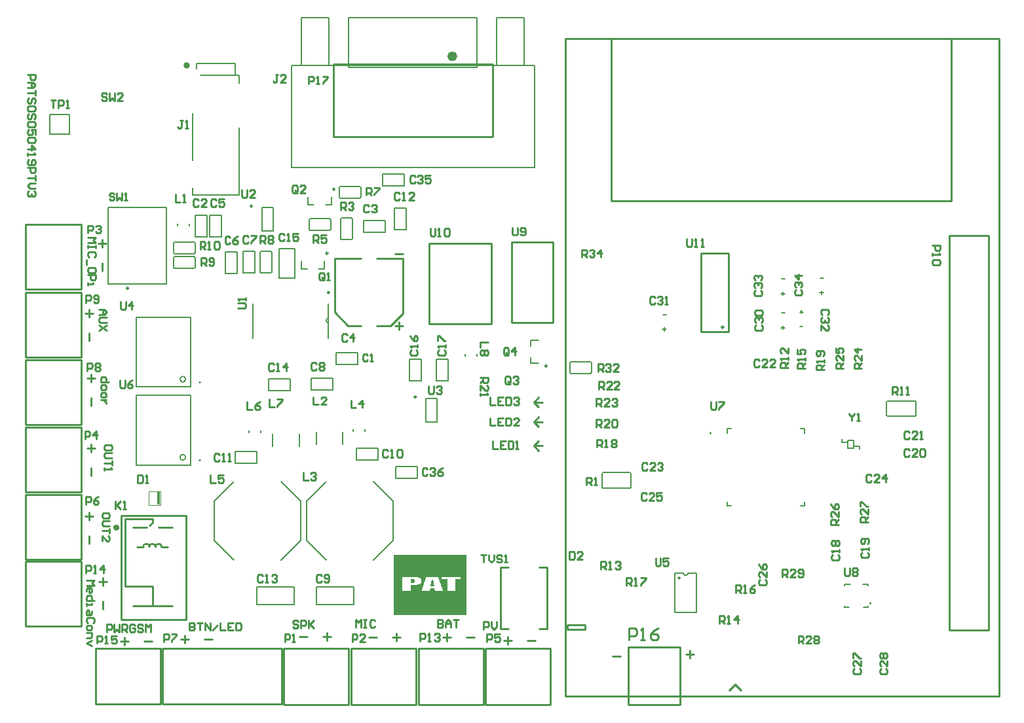
<source format=gto>
G04 Layer_Color=65535*
%FSLAX25Y25*%
%MOIN*%
G70*
G01*
G75*
%ADD43C,0.01000*%
%ADD44C,0.02500*%
%ADD62C,0.00787*%
%ADD63C,0.00984*%
%ADD64C,0.01575*%
%ADD65C,0.00600*%
%ADD66C,0.00000*%
%ADD67C,0.00500*%
%ADD68C,0.00394*%
%ADD69C,0.00100*%
%ADD70R,0.01575X0.07093*%
D43*
X356469Y193524D02*
G03*
X356469Y193524I-500J0D01*
G01*
X334252Y65748D02*
G03*
X334252Y65748I-394J0D01*
G01*
X67417Y81411D02*
G03*
X64280Y81412I-1568J143D01*
G01*
X70553Y81411D02*
G03*
X67417Y81411I-1568J143D01*
G01*
X64280Y81412D02*
G03*
X61143Y81411I-1568J143D01*
G01*
X307874Y30584D02*
X334252D01*
Y1057D02*
Y30584D01*
X307874Y1057D02*
Y30584D01*
Y1057D02*
X334252D01*
X276996Y39394D02*
Y41894D01*
Y39394D02*
X285996D01*
Y41894D01*
X276996D02*
X285996D01*
X29717Y212634D02*
Y245634D01*
X1216Y212634D02*
X29717D01*
X1216D02*
Y245634D01*
X29717D01*
Y40980D02*
Y73980D01*
X1216Y40980D02*
X29717D01*
X1216D02*
Y73980D01*
X29717D01*
X37043Y29791D02*
X70043D01*
Y1291D02*
Y29791D01*
X37043Y1291D02*
X70043D01*
X37043D02*
Y29791D01*
X71063Y1291D02*
Y29791D01*
X131693Y1291D02*
Y29791D01*
X71063D02*
X131693D01*
X71063Y1291D02*
X131693D01*
X132713Y29717D02*
X165713D01*
Y1216D02*
Y29717D01*
X132713Y1216D02*
X165713D01*
X132713D02*
Y29717D01*
X166965D02*
X199965D01*
Y1216D02*
Y29717D01*
X166965Y1216D02*
X199965D01*
X166965D02*
Y29717D01*
X235469D02*
X268468D01*
Y1216D02*
Y29717D01*
X235469Y1216D02*
X268468D01*
X235469D02*
Y29717D01*
X201217D02*
X234216D01*
Y1216D02*
Y29717D01*
X201217Y1216D02*
X234216D01*
X201217D02*
Y29717D01*
X29717Y109484D02*
Y142484D01*
X1216Y109484D02*
X29717D01*
X1216D02*
Y142484D01*
X29717D01*
Y143736D02*
Y176736D01*
X1216Y143736D02*
X29717D01*
X1216D02*
Y176736D01*
X29717D01*
Y177988D02*
Y210988D01*
X1216Y177988D02*
X29717D01*
X1216D02*
Y210988D01*
X29717D01*
Y75232D02*
Y108232D01*
X1216Y75232D02*
X29717D01*
X1216D02*
Y108232D01*
X29717D01*
X344882Y191024D02*
X359055D01*
X344882D02*
Y231024D01*
X359055D01*
Y191024D02*
Y231024D01*
X259811Y133071D02*
X264311D01*
X259811D02*
X262311Y130571D01*
X259811Y133071D02*
X262311Y135571D01*
X259811Y145276D02*
X264311D01*
X259811D02*
X262311Y142776D01*
X259811Y145276D02*
X262311Y147776D01*
X259811Y155118D02*
X264311D01*
X259811D02*
X262311Y152618D01*
X259811Y155118D02*
X262311Y157618D01*
X189370Y230709D02*
X193307D01*
X191339Y192272D02*
Y196209D01*
X189370Y194240D02*
X193307D01*
X186978D02*
X193307Y200570D01*
X179984Y194240D02*
X186978D01*
X165385D02*
X172047D01*
X158661Y200963D02*
X165385Y194240D01*
X193307Y200570D02*
Y228522D01*
X158661Y200963D02*
Y228522D01*
X171984D01*
X179984D02*
X193307D01*
X262598Y39764D02*
X266535D01*
X242913D02*
X246850D01*
X242913Y71260D02*
X246850D01*
X262598D02*
X266535D01*
Y39764D02*
Y71260D01*
X242913Y39764D02*
Y71260D01*
X299213Y257874D02*
Y340551D01*
Y257874D02*
X472441D01*
Y340551D01*
X248512Y195756D02*
Y236756D01*
Y195756D02*
X269512D01*
Y236756D01*
X248512D02*
X269512D01*
X206665Y195276D02*
Y236221D01*
X238165Y195276D02*
Y236221D01*
X206665Y195276D02*
X238165D01*
X206665Y236221D02*
X238165D01*
X51806Y61339D02*
Y95639D01*
Y61339D02*
X65905D01*
X51806Y95639D02*
X65905D01*
Y93850D02*
Y95639D01*
X64394Y92339D02*
X65905Y93850D01*
Y51339D02*
Y61339D01*
X55905Y51339D02*
X75906Y51339D01*
X55905Y91339D02*
X62906D01*
X68906D02*
X75906D01*
X57989Y81411D02*
X61143D01*
X70553Y81411D02*
X73708D01*
X49905Y44339D02*
Y97339D01*
X82906Y44339D02*
Y97339D01*
X49905Y44339D02*
X82906D01*
X49905Y97339D02*
X82906D01*
X471417Y240094D02*
X491378D01*
Y39173D02*
Y240094D01*
X471417Y39094D02*
X491378D01*
X471417Y240094D02*
X471417Y39094D01*
X276063Y340551D02*
X496535D01*
X276063Y5512D02*
Y340551D01*
Y5512D02*
X496535D01*
Y340551D01*
X238925Y290449D02*
Y327449D01*
X157925Y290449D02*
X238925D01*
X157925D02*
Y327449D01*
X238925D01*
X286614Y112992D02*
Y116928D01*
X288582D01*
X289238Y116272D01*
Y114960D01*
X288582Y114304D01*
X286614D01*
X287926D02*
X289238Y112992D01*
X290550D02*
X291862D01*
X291206D01*
Y116928D01*
X290550Y116272D01*
X308365Y34105D02*
Y40103D01*
X311364D01*
X312364Y39103D01*
Y37104D01*
X311364Y36104D01*
X308365D01*
X314364Y34105D02*
X316363D01*
X315363D01*
Y40103D01*
X314364Y39103D01*
X323361Y40103D02*
X321361Y39103D01*
X319362Y37104D01*
Y35105D01*
X320361Y34105D01*
X322361D01*
X323361Y35105D01*
Y36104D01*
X322361Y37104D01*
X319362D01*
X337775Y238411D02*
Y235131D01*
X338431Y234475D01*
X339743D01*
X340399Y235131D01*
Y238411D01*
X341711Y234475D02*
X343022D01*
X342367D01*
Y238411D01*
X341711Y237755D01*
X344990Y234475D02*
X346302D01*
X345646D01*
Y238411D01*
X344990Y237755D01*
X393177Y212466D02*
X392521Y211810D01*
Y210498D01*
X393177Y209842D01*
X395801D01*
X396457Y210498D01*
Y211810D01*
X395801Y212466D01*
X393177Y213778D02*
X392521Y214434D01*
Y215746D01*
X393177Y216402D01*
X393833D01*
X394489Y215746D01*
Y215090D01*
Y215746D01*
X395145Y216402D01*
X395801D01*
X396457Y215746D01*
Y214434D01*
X395801Y213778D01*
X396457Y219682D02*
X392521D01*
X394489Y217714D01*
Y220338D01*
X372705Y212073D02*
X372048Y211417D01*
Y210105D01*
X372705Y209449D01*
X375328D01*
X375984Y210105D01*
Y211417D01*
X375328Y212073D01*
X372705Y213385D02*
X372048Y214040D01*
Y215352D01*
X372705Y216008D01*
X373360D01*
X374016Y215352D01*
Y214697D01*
Y215352D01*
X374672Y216008D01*
X375328D01*
X375984Y215352D01*
Y214040D01*
X375328Y213385D01*
X372705Y217320D02*
X372048Y217976D01*
Y219288D01*
X372705Y219944D01*
X373360D01*
X374016Y219288D01*
Y218632D01*
Y219288D01*
X374672Y219944D01*
X375328D01*
X375984Y219288D01*
Y217976D01*
X375328Y217320D01*
X409185Y199738D02*
X409841Y200394D01*
Y201706D01*
X409185Y202362D01*
X406562D01*
X405905Y201706D01*
Y200394D01*
X406562Y199738D01*
X409185Y198426D02*
X409841Y197771D01*
Y196459D01*
X409185Y195803D01*
X408529D01*
X407873Y196459D01*
Y197115D01*
Y196459D01*
X407217Y195803D01*
X406562D01*
X405905Y196459D01*
Y197771D01*
X406562Y198426D01*
X405905Y191867D02*
Y194491D01*
X408529Y191867D01*
X409185D01*
X409841Y192523D01*
Y193835D01*
X409185Y194491D01*
X321499Y208455D02*
X320843Y209111D01*
X319531D01*
X318875Y208455D01*
Y205831D01*
X319531Y205175D01*
X320843D01*
X321499Y205831D01*
X322811Y208455D02*
X323467Y209111D01*
X324779D01*
X325434Y208455D01*
Y207799D01*
X324779Y207143D01*
X324123D01*
X324779D01*
X325434Y206487D01*
Y205831D01*
X324779Y205175D01*
X323467D01*
X322811Y205831D01*
X326746Y205175D02*
X328058D01*
X327402D01*
Y209111D01*
X326746Y208455D01*
X373098Y194356D02*
X372442Y193700D01*
Y192388D01*
X373098Y191732D01*
X375722D01*
X376378Y192388D01*
Y193700D01*
X375722Y194356D01*
X373098Y195668D02*
X372442Y196324D01*
Y197636D01*
X373098Y198292D01*
X373754D01*
X374410Y197636D01*
Y196980D01*
Y197636D01*
X375066Y198292D01*
X375722D01*
X376378Y197636D01*
Y196324D01*
X375722Y195668D01*
X373098Y199604D02*
X372442Y200260D01*
Y201572D01*
X373098Y202228D01*
X375722D01*
X376378Y201572D01*
Y200260D01*
X375722Y199604D01*
X373098D01*
X42520Y38189D02*
Y42125D01*
X44488D01*
X45143Y41469D01*
Y40157D01*
X44488Y39501D01*
X42520D01*
X46455Y42125D02*
Y38189D01*
X47767Y39501D01*
X49079Y38189D01*
Y42125D01*
X50391Y38189D02*
Y42125D01*
X52359D01*
X53015Y41469D01*
Y40157D01*
X52359Y39501D01*
X50391D01*
X51703D02*
X53015Y38189D01*
X56951Y41469D02*
X56295Y42125D01*
X54983D01*
X54327Y41469D01*
Y38845D01*
X54983Y38189D01*
X56295D01*
X56951Y38845D01*
Y40157D01*
X55639D01*
X60887Y41469D02*
X60230Y42125D01*
X58919D01*
X58263Y41469D01*
Y40813D01*
X58919Y40157D01*
X60230D01*
X60887Y39501D01*
Y38845D01*
X60230Y38189D01*
X58919D01*
X58263Y38845D01*
X62198Y38189D02*
Y42125D01*
X63510Y40813D01*
X64822Y42125D01*
Y38189D01*
X37795Y32283D02*
Y36219D01*
X39763D01*
X40419Y35563D01*
Y34251D01*
X39763Y33595D01*
X37795D01*
X41731Y32283D02*
X43043D01*
X42387D01*
Y36219D01*
X41731Y35563D01*
X47635Y36219D02*
X45011D01*
Y34251D01*
X46323Y34907D01*
X46979D01*
X47635Y34251D01*
Y32939D01*
X46979Y32283D01*
X45667D01*
X45011Y32939D01*
X249013Y244220D02*
Y240940D01*
X249669Y240284D01*
X250980D01*
X251637Y240940D01*
Y244220D01*
X252948Y240940D02*
X253604Y240284D01*
X254916D01*
X255572Y240940D01*
Y243564D01*
X254916Y244220D01*
X253604D01*
X252948Y243564D01*
Y242908D01*
X253604Y242252D01*
X255572D01*
X284233Y229007D02*
Y232943D01*
X286201D01*
X286857Y232287D01*
Y230975D01*
X286201Y230319D01*
X284233D01*
X285545D02*
X286857Y229007D01*
X288169Y232287D02*
X288825Y232943D01*
X290137D01*
X290793Y232287D01*
Y231631D01*
X290137Y230975D01*
X289481D01*
X290137D01*
X290793Y230319D01*
Y229663D01*
X290137Y229007D01*
X288825D01*
X288169Y229663D01*
X294073Y229007D02*
Y232943D01*
X292105Y230975D01*
X294728D01*
X420472Y149605D02*
Y148949D01*
X421784Y147637D01*
X423096Y148949D01*
Y149605D01*
X421784Y147637D02*
Y145669D01*
X424408D02*
X425720D01*
X425064D01*
Y149605D01*
X424408Y148949D01*
X207181Y243679D02*
Y240399D01*
X207837Y239743D01*
X209149D01*
X209805Y240399D01*
Y243679D01*
X211117Y239743D02*
X212429D01*
X211773D01*
Y243679D01*
X211117Y243023D01*
X214397D02*
X215053Y243679D01*
X216365D01*
X217021Y243023D01*
Y240399D01*
X216365Y239743D01*
X215053D01*
X214397Y240399D01*
Y243023D01*
X417975Y70711D02*
Y67431D01*
X418631Y66775D01*
X419943D01*
X420599Y67431D01*
Y70711D01*
X421911Y70055D02*
X422567Y70711D01*
X423878D01*
X424534Y70055D01*
Y69399D01*
X423878Y68743D01*
X424534Y68087D01*
Y67431D01*
X423878Y66775D01*
X422567D01*
X421911Y67431D01*
Y68087D01*
X422567Y68743D01*
X421911Y69399D01*
Y70055D01*
X422567Y68743D02*
X423878D01*
X350007Y155348D02*
Y152068D01*
X350663Y151412D01*
X351975D01*
X352631Y152068D01*
Y155348D01*
X353943D02*
X356567D01*
Y154692D01*
X353943Y152068D01*
Y151412D01*
X49213Y166534D02*
Y163254D01*
X49869Y162598D01*
X51180D01*
X51836Y163254D01*
Y166534D01*
X55772D02*
X54460Y165878D01*
X53148Y164566D01*
Y163254D01*
X53804Y162598D01*
X55116D01*
X55772Y163254D01*
Y163910D01*
X55116Y164566D01*
X53148D01*
X321820Y75627D02*
Y72347D01*
X322477Y71691D01*
X323788D01*
X324444Y72347D01*
Y75627D01*
X328380D02*
X325756D01*
Y73659D01*
X327068Y74315D01*
X327724D01*
X328380Y73659D01*
Y72347D01*
X327724Y71691D01*
X326412D01*
X325756Y72347D01*
X49562Y206413D02*
Y203133D01*
X50218Y202477D01*
X51530D01*
X52186Y203133D01*
Y206413D01*
X55466Y202477D02*
Y206413D01*
X53498Y204445D01*
X56122D01*
X206299Y163385D02*
Y160105D01*
X206955Y159449D01*
X208267D01*
X208923Y160105D01*
Y163385D01*
X210235Y162729D02*
X210891Y163385D01*
X212203D01*
X212859Y162729D01*
Y162073D01*
X212203Y161417D01*
X211547D01*
X212203D01*
X212859Y160761D01*
Y160105D01*
X212203Y159449D01*
X210891D01*
X210235Y160105D01*
X111417Y263385D02*
Y260105D01*
X112073Y259449D01*
X113385D01*
X114041Y260105D01*
Y263385D01*
X117977Y259449D02*
X115353D01*
X117977Y262073D01*
Y262729D01*
X117321Y263385D01*
X116009D01*
X115353Y262729D01*
X109450Y203150D02*
X112730D01*
X113386Y203806D01*
Y205118D01*
X112730Y205773D01*
X109450D01*
X113386Y207085D02*
Y208397D01*
Y207741D01*
X109450D01*
X110106Y207085D01*
X233071Y77558D02*
X235695D01*
X234383D01*
Y73622D01*
X237007Y77558D02*
Y74934D01*
X238318Y73622D01*
X239630Y74934D01*
Y77558D01*
X243566Y76902D02*
X242910Y77558D01*
X241598D01*
X240942Y76902D01*
Y76246D01*
X241598Y75590D01*
X242910D01*
X243566Y74934D01*
Y74278D01*
X242910Y73622D01*
X241598D01*
X240942Y74278D01*
X244878Y73622D02*
X246190D01*
X245534D01*
Y77558D01*
X244878Y76902D01*
X14158Y309143D02*
X16782D01*
X15470D01*
Y305207D01*
X18094D02*
Y309143D01*
X20062D01*
X20718Y308487D01*
Y307175D01*
X20062Y306519D01*
X18094D01*
X22030Y305207D02*
X23342D01*
X22686D01*
Y309143D01*
X22030Y308487D01*
X42611Y312019D02*
X41955Y312675D01*
X40643D01*
X39987Y312019D01*
Y311363D01*
X40643Y310707D01*
X41955D01*
X42611Y310051D01*
Y309395D01*
X41955Y308739D01*
X40643D01*
X39987Y309395D01*
X43923Y312675D02*
Y308739D01*
X45235Y310051D01*
X46547Y308739D01*
Y312675D01*
X50483Y308739D02*
X47859D01*
X50483Y311363D01*
Y312019D01*
X49827Y312675D01*
X48515D01*
X47859Y312019D01*
X46468Y261265D02*
X45812Y261921D01*
X44500D01*
X43844Y261265D01*
Y260609D01*
X44500Y259953D01*
X45812D01*
X46468Y259297D01*
Y258641D01*
X45812Y257985D01*
X44500D01*
X43844Y258641D01*
X47780Y261921D02*
Y257985D01*
X49092Y259297D01*
X50404Y257985D01*
Y261921D01*
X51716Y257985D02*
X53027D01*
X52372D01*
Y261921D01*
X51716Y261265D01*
X292520Y170866D02*
Y174802D01*
X294488D01*
X295144Y174146D01*
Y172834D01*
X294488Y172178D01*
X292520D01*
X293832D02*
X295144Y170866D01*
X296455Y174146D02*
X297111Y174802D01*
X298423D01*
X299079Y174146D01*
Y173490D01*
X298423Y172834D01*
X297767D01*
X298423D01*
X299079Y172178D01*
Y171522D01*
X298423Y170866D01*
X297111D01*
X296455Y171522D01*
X303015Y170866D02*
X300391D01*
X303015Y173490D01*
Y174146D01*
X302359Y174802D01*
X301047D01*
X300391Y174146D01*
X386439Y66025D02*
Y69961D01*
X388406D01*
X389062Y69305D01*
Y67993D01*
X388406Y67337D01*
X386439D01*
X387751D02*
X389062Y66025D01*
X392998D02*
X390374D01*
X392998Y68649D01*
Y69305D01*
X392342Y69961D01*
X391030D01*
X390374Y69305D01*
X394310Y66681D02*
X394966Y66025D01*
X396278D01*
X396934Y66681D01*
Y69305D01*
X396278Y69961D01*
X394966D01*
X394310Y69305D01*
Y68649D01*
X394966Y67993D01*
X396934D01*
X394488Y32283D02*
Y36219D01*
X396456D01*
X397112Y35563D01*
Y34251D01*
X396456Y33595D01*
X394488D01*
X395800D02*
X397112Y32283D01*
X401048D02*
X398424D01*
X401048Y34907D01*
Y35563D01*
X400392Y36219D01*
X399080D01*
X398424Y35563D01*
X402360D02*
X403016Y36219D01*
X404327D01*
X404984Y35563D01*
Y34907D01*
X404327Y34251D01*
X404984Y33595D01*
Y32939D01*
X404327Y32283D01*
X403016D01*
X402360Y32939D01*
Y33595D01*
X403016Y34251D01*
X402360Y34907D01*
Y35563D01*
X403016Y34251D02*
X404327D01*
X429921Y94095D02*
X425985D01*
Y96062D01*
X426642Y96718D01*
X427953D01*
X428609Y96062D01*
Y94095D01*
Y95406D02*
X429921Y96718D01*
Y100654D02*
Y98030D01*
X427297Y100654D01*
X426642D01*
X425985Y99998D01*
Y98686D01*
X426642Y98030D01*
X425985Y101966D02*
Y104590D01*
X426642D01*
X429265Y101966D01*
X429921D01*
X414961Y92913D02*
X411025D01*
Y94881D01*
X411681Y95537D01*
X412993D01*
X413649Y94881D01*
Y92913D01*
Y94225D02*
X414961Y95537D01*
Y99473D02*
Y96849D01*
X412337Y99473D01*
X411681D01*
X411025Y98817D01*
Y97505D01*
X411681Y96849D01*
X411025Y103409D02*
X411681Y102097D01*
X412993Y100785D01*
X414305D01*
X414961Y101441D01*
Y102753D01*
X414305Y103409D01*
X413649D01*
X412993Y102753D01*
Y100785D01*
X417421Y172441D02*
X413485D01*
Y174409D01*
X414142Y175065D01*
X415453D01*
X416109Y174409D01*
Y172441D01*
Y173753D02*
X417421Y175065D01*
Y179000D02*
Y176377D01*
X414797Y179000D01*
X414142D01*
X413485Y178345D01*
Y177033D01*
X414142Y176377D01*
X413485Y182936D02*
Y180312D01*
X415453D01*
X414797Y181624D01*
Y182280D01*
X415453Y182936D01*
X416765D01*
X417421Y182280D01*
Y180968D01*
X416765Y180312D01*
X426772Y172441D02*
X422836D01*
Y174409D01*
X423492Y175065D01*
X424804D01*
X425460Y174409D01*
Y172441D01*
Y173753D02*
X426772Y175065D01*
Y179000D02*
Y176377D01*
X424148Y179000D01*
X423492D01*
X422836Y178345D01*
Y177033D01*
X423492Y176377D01*
X426772Y182280D02*
X422836D01*
X424804Y180312D01*
Y182936D01*
X291732Y153150D02*
Y157085D01*
X293700D01*
X294356Y156429D01*
Y155117D01*
X293700Y154462D01*
X291732D01*
X293044D02*
X294356Y153150D01*
X298292D02*
X295668D01*
X298292Y155773D01*
Y156429D01*
X297636Y157085D01*
X296324D01*
X295668Y156429D01*
X299604D02*
X300260Y157085D01*
X301572D01*
X302228Y156429D01*
Y155773D01*
X301572Y155117D01*
X300916D01*
X301572D01*
X302228Y154462D01*
Y153806D01*
X301572Y153150D01*
X300260D01*
X299604Y153806D01*
X292913Y161811D02*
Y165747D01*
X294881D01*
X295537Y165091D01*
Y163779D01*
X294881Y163123D01*
X292913D01*
X294225D02*
X295537Y161811D01*
X299473D02*
X296849D01*
X299473Y164435D01*
Y165091D01*
X298817Y165747D01*
X297505D01*
X296849Y165091D01*
X303409Y161811D02*
X300785D01*
X303409Y164435D01*
Y165091D01*
X302753Y165747D01*
X301441D01*
X300785Y165091D01*
X232677Y167717D02*
X236613D01*
Y165749D01*
X235957Y165093D01*
X234645D01*
X233989Y165749D01*
Y167717D01*
Y166405D02*
X232677Y165093D01*
Y161157D02*
Y163781D01*
X235301Y161157D01*
X235957D01*
X236613Y161813D01*
Y163125D01*
X235957Y163781D01*
X232677Y159845D02*
Y158533D01*
Y159189D01*
X236613D01*
X235957Y159845D01*
X291732Y142520D02*
Y146455D01*
X293700D01*
X294356Y145800D01*
Y144488D01*
X293700Y143832D01*
X291732D01*
X293044D02*
X294356Y142520D01*
X298292D02*
X295668D01*
X298292Y145143D01*
Y145800D01*
X297636Y146455D01*
X296324D01*
X295668Y145800D01*
X299604D02*
X300260Y146455D01*
X301572D01*
X302228Y145800D01*
Y143176D01*
X301572Y142520D01*
X300260D01*
X299604Y143176D01*
Y145800D01*
X407677Y171653D02*
X403741D01*
Y173621D01*
X404397Y174277D01*
X405709D01*
X406365Y173621D01*
Y171653D01*
Y172966D02*
X407677Y174277D01*
Y175589D02*
Y176901D01*
Y176245D01*
X403741D01*
X404397Y175589D01*
X407021Y178869D02*
X407677Y179525D01*
Y180837D01*
X407021Y181493D01*
X404397D01*
X403741Y180837D01*
Y179525D01*
X404397Y178869D01*
X405053D01*
X405709Y179525D01*
Y181493D01*
X292126Y132283D02*
Y136219D01*
X294094D01*
X294750Y135563D01*
Y134251D01*
X294094Y133595D01*
X292126D01*
X293438D02*
X294750Y132283D01*
X296062D02*
X297374D01*
X296718D01*
Y136219D01*
X296062Y135563D01*
X299342D02*
X299997Y136219D01*
X301309D01*
X301965Y135563D01*
Y134907D01*
X301309Y134251D01*
X301965Y133595D01*
Y132939D01*
X301309Y132283D01*
X299997D01*
X299342Y132939D01*
Y133595D01*
X299997Y134251D01*
X299342Y134907D01*
Y135563D01*
X299997Y134251D02*
X301309D01*
X307087Y61811D02*
Y65747D01*
X309054D01*
X309710Y65091D01*
Y63779D01*
X309054Y63123D01*
X307087D01*
X308399D02*
X309710Y61811D01*
X311022D02*
X312334D01*
X311678D01*
Y65747D01*
X311022Y65091D01*
X314302Y65747D02*
X316926D01*
Y65091D01*
X314302Y62467D01*
Y61811D01*
X362598Y58268D02*
Y62204D01*
X364566D01*
X365222Y61547D01*
Y60236D01*
X364566Y59580D01*
X362598D01*
X363910D02*
X365222Y58268D01*
X366534D02*
X367846D01*
X367190D01*
Y62204D01*
X366534Y61547D01*
X372438Y62204D02*
X371126Y61547D01*
X369814Y60236D01*
Y58924D01*
X370470Y58268D01*
X371782D01*
X372438Y58924D01*
Y59580D01*
X371782Y60236D01*
X369814D01*
X397933Y172441D02*
X393997D01*
Y174409D01*
X394653Y175065D01*
X395965D01*
X396621Y174409D01*
Y172441D01*
Y173753D02*
X397933Y175065D01*
Y176377D02*
Y177689D01*
Y177033D01*
X393997D01*
X394653Y176377D01*
X393997Y182280D02*
Y179657D01*
X395965D01*
X395309Y180968D01*
Y181624D01*
X395965Y182280D01*
X397277D01*
X397933Y181624D01*
Y180312D01*
X397277Y179657D01*
X354331Y42520D02*
Y46455D01*
X356299D01*
X356955Y45799D01*
Y44488D01*
X356299Y43832D01*
X354331D01*
X355643D02*
X356955Y42520D01*
X358266D02*
X359578D01*
X358922D01*
Y46455D01*
X358266Y45799D01*
X363514Y42520D02*
Y46455D01*
X361546Y44488D01*
X364170D01*
X294094Y70079D02*
Y74015D01*
X296062D01*
X296718Y73359D01*
Y72047D01*
X296062Y71391D01*
X294094D01*
X295406D02*
X296718Y70079D01*
X298030D02*
X299342D01*
X298686D01*
Y74015D01*
X298030Y73359D01*
X301310D02*
X301966Y74015D01*
X303278D01*
X303934Y73359D01*
Y72703D01*
X303278Y72047D01*
X302622D01*
X303278D01*
X303934Y71391D01*
Y70735D01*
X303278Y70079D01*
X301966D01*
X301310Y70735D01*
X389370Y172835D02*
X385434D01*
Y174802D01*
X386090Y175459D01*
X387402D01*
X388058Y174802D01*
Y172835D01*
Y174147D02*
X389370Y175459D01*
Y176770D02*
Y178082D01*
Y177426D01*
X385434D01*
X386090Y176770D01*
X389370Y182674D02*
Y180050D01*
X386746Y182674D01*
X386090D01*
X385434Y182018D01*
Y180706D01*
X386090Y180050D01*
X442224Y159026D02*
Y162962D01*
X444192D01*
X444848Y162306D01*
Y160994D01*
X444192Y160338D01*
X442224D01*
X443536D02*
X444848Y159026D01*
X446160D02*
X447472D01*
X446816D01*
Y162962D01*
X446160Y162306D01*
X449440Y159026D02*
X450752D01*
X450096D01*
Y162962D01*
X449440Y162306D01*
X90158Y233071D02*
Y237007D01*
X92125D01*
X92781Y236351D01*
Y235039D01*
X92125Y234383D01*
X90158D01*
X91469D02*
X92781Y233071D01*
X94093D02*
X95405D01*
X94749D01*
Y237007D01*
X94093Y236351D01*
X97373D02*
X98029Y237007D01*
X99341D01*
X99997Y236351D01*
Y233727D01*
X99341Y233071D01*
X98029D01*
X97373Y233727D01*
Y236351D01*
X90551Y224803D02*
Y228739D01*
X92519D01*
X93175Y228083D01*
Y226771D01*
X92519Y226115D01*
X90551D01*
X91863D02*
X93175Y224803D01*
X94487Y225459D02*
X95143Y224803D01*
X96455D01*
X97111Y225459D01*
Y228083D01*
X96455Y228739D01*
X95143D01*
X94487Y228083D01*
Y227427D01*
X95143Y226771D01*
X97111D01*
X120595Y236199D02*
Y240135D01*
X122563D01*
X123219Y239479D01*
Y238167D01*
X122563Y237511D01*
X120595D01*
X121907D02*
X123219Y236199D01*
X124531Y239479D02*
X125187Y240135D01*
X126499D01*
X127155Y239479D01*
Y238823D01*
X126499Y238167D01*
X127155Y237511D01*
Y236855D01*
X126499Y236199D01*
X125187D01*
X124531Y236855D01*
Y237511D01*
X125187Y238167D01*
X124531Y238823D01*
Y239479D01*
X125187Y238167D02*
X126499D01*
X174803Y260630D02*
Y264566D01*
X176771D01*
X177427Y263910D01*
Y262598D01*
X176771Y261942D01*
X174803D01*
X176115D02*
X177427Y260630D01*
X178739Y264566D02*
X181363D01*
Y263910D01*
X178739Y261286D01*
Y260630D01*
X147638Y236614D02*
Y240550D01*
X149606D01*
X150262Y239894D01*
Y238582D01*
X149606Y237926D01*
X147638D01*
X148950D02*
X150262Y236614D01*
X154197Y240550D02*
X151574D01*
Y238582D01*
X152885Y239238D01*
X153541D01*
X154197Y238582D01*
Y237270D01*
X153541Y236614D01*
X152229D01*
X151574Y237270D01*
X161562Y253119D02*
Y257055D01*
X163530D01*
X164186Y256399D01*
Y255087D01*
X163530Y254431D01*
X161562D01*
X162874D02*
X164186Y253119D01*
X165498Y256399D02*
X166154Y257055D01*
X167466D01*
X168122Y256399D01*
Y255743D01*
X167466Y255087D01*
X166810D01*
X167466D01*
X168122Y254431D01*
Y253775D01*
X167466Y253119D01*
X166154D01*
X165498Y253775D01*
X247112Y179790D02*
Y182414D01*
X246456Y183070D01*
X245144D01*
X244488Y182414D01*
Y179790D01*
X245144Y179134D01*
X246456D01*
X245800Y180446D02*
X247112Y179134D01*
X246456D02*
X247112Y179790D01*
X250392Y179134D02*
Y183070D01*
X248424Y181102D01*
X251048D01*
X247899Y165223D02*
Y167847D01*
X247243Y168503D01*
X245932D01*
X245276Y167847D01*
Y165223D01*
X245932Y164567D01*
X247243D01*
X246587Y165879D02*
X247899Y164567D01*
X247243D02*
X247899Y165223D01*
X249211Y167847D02*
X249867Y168503D01*
X251179D01*
X251835Y167847D01*
Y167191D01*
X251179Y166535D01*
X250523D01*
X251179D01*
X251835Y165879D01*
Y165223D01*
X251179Y164567D01*
X249867D01*
X249211Y165223D01*
X139632Y262467D02*
Y265091D01*
X138976Y265747D01*
X137664D01*
X137008Y265091D01*
Y262467D01*
X137664Y261811D01*
X138976D01*
X138320Y263123D02*
X139632Y261811D01*
X138976D02*
X139632Y262467D01*
X143567Y261811D02*
X140944D01*
X143567Y264435D01*
Y265091D01*
X142912Y265747D01*
X141600D01*
X140944Y265091D01*
X153411Y217979D02*
Y220603D01*
X152755Y221259D01*
X151443D01*
X150787Y220603D01*
Y217979D01*
X151443Y217323D01*
X152755D01*
X152099Y218635D02*
X153411Y217323D01*
X152755D02*
X153411Y217979D01*
X154723Y217323D02*
X156035D01*
X155379D01*
Y221259D01*
X154723Y220603D01*
X32283Y64567D02*
X36219D01*
X34907Y63255D01*
X36219Y61943D01*
X32283D01*
Y58663D02*
Y59975D01*
X32939Y60631D01*
X34251D01*
X34907Y59975D01*
Y58663D01*
X34251Y58007D01*
X33595D01*
Y60631D01*
X36219Y54072D02*
X32283D01*
Y56040D01*
X32939Y56695D01*
X34251D01*
X34907Y56040D01*
Y54072D01*
X32283Y52760D02*
Y51448D01*
Y52104D01*
X34907D01*
Y52760D01*
Y48824D02*
Y47512D01*
X34251Y46856D01*
X32283D01*
Y48824D01*
X32939Y49480D01*
X33595Y48824D01*
Y46856D01*
X35563Y42920D02*
X36219Y43576D01*
Y44888D01*
X35563Y45544D01*
X32939D01*
X32283Y44888D01*
Y43576D01*
X32939Y42920D01*
X32283Y40953D02*
Y39641D01*
X32939Y38985D01*
X34251D01*
X34907Y39641D01*
Y40953D01*
X34251Y41608D01*
X32939D01*
X32283Y40953D01*
Y37673D02*
X34907D01*
Y35705D01*
X34251Y35049D01*
X32283D01*
X34907Y33737D02*
X32283Y32425D01*
X34907Y31113D01*
X31890Y68110D02*
Y72046D01*
X33858D01*
X34514Y71390D01*
Y70078D01*
X33858Y69422D01*
X31890D01*
X35825Y68110D02*
X37137D01*
X36481D01*
Y72046D01*
X35825Y71390D01*
X41073Y68110D02*
Y72046D01*
X39105Y70078D01*
X41729D01*
X211024Y44487D02*
Y40551D01*
X212991D01*
X213647Y41207D01*
Y41863D01*
X212991Y42519D01*
X211024D01*
X212991D01*
X213647Y43175D01*
Y43831D01*
X212991Y44487D01*
X211024D01*
X214959Y40551D02*
Y43175D01*
X216271Y44487D01*
X217583Y43175D01*
Y40551D01*
Y42519D01*
X214959D01*
X218895Y44487D02*
X221519D01*
X220207D01*
Y40551D01*
X201969Y33465D02*
Y37400D01*
X203936D01*
X204592Y36744D01*
Y35432D01*
X203936Y34776D01*
X201969D01*
X205904Y33465D02*
X207216D01*
X206560D01*
Y37400D01*
X205904Y36744D01*
X209184D02*
X209840Y37400D01*
X211152D01*
X211808Y36744D01*
Y36088D01*
X211152Y35432D01*
X210496D01*
X211152D01*
X211808Y34776D01*
Y34121D01*
X211152Y33465D01*
X209840D01*
X209184Y34121D01*
X462756Y235039D02*
X466692D01*
Y233071D01*
X466036Y232416D01*
X464724D01*
X464068Y233071D01*
Y235039D01*
X462756Y231104D02*
Y229792D01*
Y230448D01*
X466692D01*
X466036Y231104D01*
Y227824D02*
X466692Y227168D01*
Y225856D01*
X466036Y225200D01*
X463412D01*
X462756Y225856D01*
Y227168D01*
X463412Y227824D01*
X466036D01*
X38583Y202362D02*
X41206D01*
X42518Y201050D01*
X41206Y199738D01*
X38583D01*
X40551D01*
Y202362D01*
X42518Y198426D02*
X39239D01*
X38583Y197771D01*
Y196459D01*
X39239Y195803D01*
X42518D01*
Y194491D02*
X38583Y191867D01*
X42518D02*
X38583Y194491D01*
X31890Y205906D02*
Y209841D01*
X33858D01*
X34514Y209185D01*
Y207873D01*
X33858Y207217D01*
X31890D01*
X35825Y206561D02*
X36481Y205906D01*
X37793D01*
X38449Y206561D01*
Y209185D01*
X37793Y209841D01*
X36481D01*
X35825Y209185D01*
Y208529D01*
X36481Y207873D01*
X38449D01*
X43699Y165486D02*
X39764D01*
Y167454D01*
X40420Y168110D01*
X41732D01*
X42388Y167454D01*
Y165486D01*
X39764Y163519D02*
Y162207D01*
X40420Y161551D01*
X41732D01*
X42388Y162207D01*
Y163519D01*
X41732Y164174D01*
X40420D01*
X39764Y163519D01*
Y159583D02*
Y158271D01*
X40420Y157615D01*
X41732D01*
X42388Y158271D01*
Y159583D01*
X41732Y160239D01*
X40420D01*
X39764Y159583D01*
X42388Y156303D02*
X39764D01*
X41076D01*
X41732Y155647D01*
X42388Y154991D01*
Y154335D01*
X32677Y171260D02*
Y175196D01*
X34645D01*
X35301Y174540D01*
Y173228D01*
X34645Y172572D01*
X32677D01*
X36613Y174540D02*
X37269Y175196D01*
X38581D01*
X39237Y174540D01*
Y173884D01*
X38581Y173228D01*
X39237Y172572D01*
Y171916D01*
X38581Y171260D01*
X37269D01*
X36613Y171916D01*
Y172572D01*
X37269Y173228D01*
X36613Y173884D01*
Y174540D01*
X37269Y173228D02*
X38581D01*
X84646Y42912D02*
Y38976D01*
X86614D01*
X87270Y39632D01*
Y40288D01*
X86614Y40944D01*
X84646D01*
X86614D01*
X87270Y41600D01*
Y42256D01*
X86614Y42912D01*
X84646D01*
X88581D02*
X91205D01*
X89893D01*
Y38976D01*
X92517D02*
Y42912D01*
X95141Y38976D01*
Y42912D01*
X96453Y38976D02*
X99077Y41600D01*
X100389Y42912D02*
Y38976D01*
X103012D01*
X106948Y42912D02*
X104324D01*
Y38976D01*
X106948D01*
X104324Y40944D02*
X105636D01*
X108260Y42912D02*
Y38976D01*
X110228D01*
X110884Y39632D01*
Y42256D01*
X110228Y42912D01*
X108260D01*
X71575Y33275D02*
Y37211D01*
X73543D01*
X74199Y36555D01*
Y35243D01*
X73543Y34587D01*
X71575D01*
X75511Y37211D02*
X78134D01*
Y36555D01*
X75511Y33931D01*
Y33275D01*
X44093Y96851D02*
Y98163D01*
X43437Y98819D01*
X40813D01*
X40157Y98163D01*
Y96851D01*
X40813Y96195D01*
X43437D01*
X44093Y96851D01*
Y94883D02*
X40813D01*
X40157Y94227D01*
Y92915D01*
X40813Y92259D01*
X44093D01*
Y90947D02*
Y88324D01*
Y89635D01*
X40157D01*
Y84388D02*
Y87012D01*
X42781Y84388D01*
X43437D01*
X44093Y85044D01*
Y86356D01*
X43437Y87012D01*
X31890Y103150D02*
Y107085D01*
X33858D01*
X34514Y106429D01*
Y105117D01*
X33858Y104462D01*
X31890D01*
X38449Y107085D02*
X37137Y106429D01*
X35825Y105117D01*
Y103806D01*
X36481Y103150D01*
X37793D01*
X38449Y103806D01*
Y104462D01*
X37793Y105117D01*
X35825D01*
X234252Y39370D02*
Y43306D01*
X236220D01*
X236876Y42650D01*
Y41338D01*
X236220Y40682D01*
X234252D01*
X238188Y43306D02*
Y40682D01*
X239500Y39370D01*
X240811Y40682D01*
Y43306D01*
X235975Y33175D02*
Y37111D01*
X237943D01*
X238599Y36455D01*
Y35143D01*
X237943Y34487D01*
X235975D01*
X242534Y37111D02*
X239911D01*
Y35143D01*
X241223Y35799D01*
X241879D01*
X242534Y35143D01*
Y33831D01*
X241879Y33175D01*
X240567D01*
X239911Y33831D01*
X45274Y131497D02*
Y132809D01*
X44618Y133465D01*
X41995D01*
X41339Y132809D01*
Y131497D01*
X41995Y130841D01*
X44618D01*
X45274Y131497D01*
Y129529D02*
X41995D01*
X41339Y128873D01*
Y127561D01*
X41995Y126905D01*
X45274D01*
Y125593D02*
Y122969D01*
Y124281D01*
X41339D01*
Y121657D02*
Y120345D01*
Y121001D01*
X45274D01*
X44618Y121657D01*
X31496Y136614D02*
Y140550D01*
X33464D01*
X34120Y139894D01*
Y138582D01*
X33464Y137926D01*
X31496D01*
X37400Y136614D02*
Y140550D01*
X35432Y138582D01*
X38056D01*
X33071Y238976D02*
X37007D01*
X35695Y237665D01*
X37007Y236353D01*
X33071D01*
X37007Y235041D02*
Y233729D01*
Y234385D01*
X33071D01*
Y235041D01*
Y233729D01*
X36351Y229137D02*
X37007Y229793D01*
Y231105D01*
X36351Y231761D01*
X33727D01*
X33071Y231105D01*
Y229793D01*
X33727Y229137D01*
X32415Y227825D02*
Y225201D01*
X37007Y221921D02*
Y223233D01*
X36351Y223889D01*
X33727D01*
X33071Y223233D01*
Y221921D01*
X33727Y221266D01*
X36351D01*
X37007Y221921D01*
X33071Y219954D02*
X37007D01*
Y217986D01*
X36351Y217330D01*
X35039D01*
X34383Y217986D01*
Y219954D01*
X33071Y216018D02*
Y214706D01*
Y215362D01*
X35695D01*
Y216018D01*
X33071Y241339D02*
Y245274D01*
X35039D01*
X35695Y244618D01*
Y243306D01*
X35039Y242651D01*
X33071D01*
X37007Y244618D02*
X37663Y245274D01*
X38974D01*
X39630Y244618D01*
Y243962D01*
X38974Y243306D01*
X38318D01*
X38974D01*
X39630Y242651D01*
Y241995D01*
X38974Y241339D01*
X37663D01*
X37007Y241995D01*
X169291Y40551D02*
Y44487D01*
X170603Y43175D01*
X171915Y44487D01*
Y40551D01*
X173227Y44487D02*
X174539D01*
X173883D01*
Y40551D01*
X173227D01*
X174539D01*
X179131Y43831D02*
X178475Y44487D01*
X177163D01*
X176507Y43831D01*
Y41207D01*
X177163Y40551D01*
X178475D01*
X179131Y41207D01*
X167475Y33175D02*
Y37111D01*
X169443D01*
X170099Y36455D01*
Y35143D01*
X169443Y34487D01*
X167475D01*
X174034Y33175D02*
X171411D01*
X174034Y35799D01*
Y36455D01*
X173379Y37111D01*
X172067D01*
X171411Y36455D01*
X140025Y43437D02*
X139369Y44093D01*
X138057D01*
X137402Y43437D01*
Y42781D01*
X138057Y42125D01*
X139369D01*
X140025Y41469D01*
Y40813D01*
X139369Y40157D01*
X138057D01*
X137402Y40813D01*
X141337Y40157D02*
Y44093D01*
X143305D01*
X143961Y43437D01*
Y42125D01*
X143305Y41469D01*
X141337D01*
X145273Y44093D02*
Y40157D01*
Y41469D01*
X147897Y44093D01*
X145929Y42125D01*
X147897Y40157D01*
X133175Y33175D02*
Y37111D01*
X135143D01*
X135799Y36455D01*
Y35143D01*
X135143Y34487D01*
X133175D01*
X137111Y33175D02*
X138423D01*
X137767D01*
Y37111D01*
X137111Y36455D01*
X237795Y157873D02*
Y153937D01*
X240419D01*
X244355Y157873D02*
X241731D01*
Y153937D01*
X244355D01*
X241731Y155905D02*
X243043D01*
X245667Y157873D02*
Y153937D01*
X247635D01*
X248291Y154593D01*
Y157217D01*
X247635Y157873D01*
X245667D01*
X249603Y157217D02*
X250258Y157873D01*
X251570D01*
X252226Y157217D01*
Y156561D01*
X251570Y155905D01*
X250914D01*
X251570D01*
X252226Y155249D01*
Y154593D01*
X251570Y153937D01*
X250258D01*
X249603Y154593D01*
X237795Y147243D02*
Y143307D01*
X240419D01*
X244355Y147243D02*
X241731D01*
Y143307D01*
X244355D01*
X241731Y145275D02*
X243043D01*
X245667Y147243D02*
Y143307D01*
X247635D01*
X248291Y143963D01*
Y146587D01*
X247635Y147243D01*
X245667D01*
X252226Y143307D02*
X249603D01*
X252226Y145931D01*
Y146587D01*
X251570Y147243D01*
X250258D01*
X249603Y146587D01*
X238976Y135432D02*
Y131496D01*
X241600D01*
X245536Y135432D02*
X242912D01*
Y131496D01*
X245536D01*
X242912Y133464D02*
X244224D01*
X246848Y135432D02*
Y131496D01*
X248816D01*
X249472Y132152D01*
Y134776D01*
X248816Y135432D01*
X246848D01*
X250784Y131496D02*
X252096D01*
X251440D01*
Y135432D01*
X250784Y134776D01*
X236613Y185827D02*
X232677D01*
Y183203D01*
X235957Y181891D02*
X236613Y181235D01*
Y179923D01*
X235957Y179267D01*
X235301D01*
X234645Y179923D01*
X233989Y179267D01*
X233333D01*
X232677Y179923D01*
Y181235D01*
X233333Y181891D01*
X233989D01*
X234645Y181235D01*
X235301Y181891D01*
X235957D01*
X234645Y181235D02*
Y179923D01*
X125472Y156745D02*
Y152810D01*
X128095D01*
X129407Y156745D02*
X132031D01*
Y156089D01*
X129407Y153465D01*
Y152810D01*
X114095Y155438D02*
Y151502D01*
X116719D01*
X120655Y155438D02*
X119343Y154782D01*
X118031Y153470D01*
Y152158D01*
X118687Y151502D01*
X119999D01*
X120655Y152158D01*
Y152814D01*
X119999Y153470D01*
X118031D01*
X95276Y118109D02*
Y114173D01*
X97899D01*
X101835Y118109D02*
X99211D01*
Y116141D01*
X100523Y116797D01*
X101179D01*
X101835Y116141D01*
Y114829D01*
X101179Y114173D01*
X99867D01*
X99211Y114829D01*
X166835Y156270D02*
Y152334D01*
X169459D01*
X172739D02*
Y156270D01*
X170771Y154302D01*
X173395D01*
X142520Y119290D02*
Y115354D01*
X145143D01*
X146455Y118634D02*
X147111Y119290D01*
X148423D01*
X149079Y118634D01*
Y117978D01*
X148423Y117322D01*
X147767D01*
X148423D01*
X149079Y116666D01*
Y116010D01*
X148423Y115354D01*
X147111D01*
X146455Y116010D01*
X147584Y157926D02*
Y153991D01*
X150208D01*
X154144D02*
X151520D01*
X154144Y156614D01*
Y157270D01*
X153488Y157926D01*
X152176D01*
X151520Y157270D01*
X77506Y260999D02*
Y257063D01*
X80130D01*
X81442D02*
X82754D01*
X82098D01*
Y260999D01*
X81442Y260343D01*
X46918Y104748D02*
Y100812D01*
Y102124D01*
X49542Y104748D01*
X47574Y102780D01*
X49542Y100812D01*
X50854D02*
X52166D01*
X51510D01*
Y104748D01*
X50854Y104092D01*
X129789Y322046D02*
X128477D01*
X129133D01*
Y318766D01*
X128477Y318110D01*
X127821D01*
X127165Y318766D01*
X133725Y318110D02*
X131101D01*
X133725Y320734D01*
Y321390D01*
X133069Y322046D01*
X131757D01*
X131101Y321390D01*
X81364Y298818D02*
X80052D01*
X80708D01*
Y295538D01*
X80052Y294882D01*
X79396D01*
X78740Y295538D01*
X82676Y294882D02*
X83988D01*
X83332D01*
Y298818D01*
X82676Y298162D01*
X277953Y79133D02*
Y75197D01*
X279921D01*
X280577Y75853D01*
Y78477D01*
X279921Y79133D01*
X277953D01*
X284512Y75197D02*
X281889D01*
X284512Y77821D01*
Y78477D01*
X283856Y79133D01*
X282544D01*
X281889Y78477D01*
X58229Y118035D02*
Y114099D01*
X60197D01*
X60853Y114755D01*
Y117379D01*
X60197Y118035D01*
X58229D01*
X62165Y114099D02*
X63477D01*
X62821D01*
Y118035D01*
X62165Y117379D01*
X436484Y19553D02*
X435828Y18897D01*
Y17585D01*
X436484Y16929D01*
X439108D01*
X439764Y17585D01*
Y18897D01*
X439108Y19553D01*
X439764Y23489D02*
Y20865D01*
X437140Y23489D01*
X436484D01*
X435828Y22833D01*
Y21521D01*
X436484Y20865D01*
Y24801D02*
X435828Y25457D01*
Y26768D01*
X436484Y27424D01*
X437140D01*
X437796Y26768D01*
X438452Y27424D01*
X439108D01*
X439764Y26768D01*
Y25457D01*
X439108Y24801D01*
X438452D01*
X437796Y25457D01*
X437140Y24801D01*
X436484D01*
X437796Y25457D02*
Y26768D01*
X423098Y19553D02*
X422442Y18897D01*
Y17585D01*
X423098Y16929D01*
X425722D01*
X426378Y17585D01*
Y18897D01*
X425722Y19553D01*
X426378Y23489D02*
Y20865D01*
X423754Y23489D01*
X423098D01*
X422442Y22833D01*
Y21521D01*
X423098Y20865D01*
X422442Y24801D02*
Y27424D01*
X423098D01*
X425722Y24801D01*
X426378D01*
X375067Y64828D02*
X374411Y64173D01*
Y62861D01*
X375067Y62205D01*
X377691D01*
X378346Y62861D01*
Y64173D01*
X377691Y64828D01*
X378346Y68764D02*
Y66141D01*
X375723Y68764D01*
X375067D01*
X374411Y68108D01*
Y66796D01*
X375067Y66141D01*
X374411Y72700D02*
X375067Y71388D01*
X376379Y70076D01*
X377691D01*
X378346Y70732D01*
Y72044D01*
X377691Y72700D01*
X377034D01*
X376379Y72044D01*
Y70076D01*
X317191Y108398D02*
X316535Y109054D01*
X315223D01*
X314567Y108398D01*
Y105774D01*
X315223Y105118D01*
X316535D01*
X317191Y105774D01*
X321127Y105118D02*
X318503D01*
X321127Y107742D01*
Y108398D01*
X320470Y109054D01*
X319159D01*
X318503Y108398D01*
X325062Y109054D02*
X322438D01*
Y107086D01*
X323750Y107742D01*
X324406D01*
X325062Y107086D01*
Y105774D01*
X324406Y105118D01*
X323094D01*
X322438Y105774D01*
X431758Y117847D02*
X431102Y118503D01*
X429790D01*
X429134Y117847D01*
Y115223D01*
X429790Y114567D01*
X431102D01*
X431758Y115223D01*
X435693Y114567D02*
X433070D01*
X435693Y117191D01*
Y117847D01*
X435038Y118503D01*
X433726D01*
X433070Y117847D01*
X438973Y114567D02*
Y118503D01*
X437005Y116535D01*
X439629D01*
X317584Y123752D02*
X316929Y124408D01*
X315617D01*
X314961Y123752D01*
Y121128D01*
X315617Y120472D01*
X316929D01*
X317584Y121128D01*
X321520Y120472D02*
X318896D01*
X321520Y123096D01*
Y123752D01*
X320864Y124408D01*
X319552D01*
X318896Y123752D01*
X322832D02*
X323488Y124408D01*
X324800D01*
X325456Y123752D01*
Y123096D01*
X324800Y122440D01*
X324144D01*
X324800D01*
X325456Y121784D01*
Y121128D01*
X324800Y120472D01*
X323488D01*
X322832Y121128D01*
X374681Y176522D02*
X374025Y177178D01*
X372713D01*
X372057Y176522D01*
Y173898D01*
X372713Y173243D01*
X374025D01*
X374681Y173898D01*
X378616Y173243D02*
X375992D01*
X378616Y175866D01*
Y176522D01*
X377960Y177178D01*
X376648D01*
X375992Y176522D01*
X382552Y173243D02*
X379928D01*
X382552Y175866D01*
Y176522D01*
X381896Y177178D01*
X380584D01*
X379928Y176522D01*
X451049Y139894D02*
X450393Y140550D01*
X449081D01*
X448425Y139894D01*
Y137270D01*
X449081Y136614D01*
X450393D01*
X451049Y137270D01*
X454985Y136614D02*
X452361D01*
X454985Y139238D01*
Y139894D01*
X454329Y140550D01*
X453017D01*
X452361Y139894D01*
X456297Y136614D02*
X457609D01*
X456953D01*
Y140550D01*
X456297Y139894D01*
X451049Y130839D02*
X450393Y131495D01*
X449081D01*
X448425Y130839D01*
Y128215D01*
X449081Y127559D01*
X450393D01*
X451049Y128215D01*
X454985Y127559D02*
X452361D01*
X454985Y130183D01*
Y130839D01*
X454329Y131495D01*
X453017D01*
X452361Y130839D01*
X456297D02*
X456953Y131495D01*
X458264D01*
X458920Y130839D01*
Y128215D01*
X458264Y127559D01*
X456953D01*
X456297Y128215D01*
Y130839D01*
X427035Y78608D02*
X426379Y77952D01*
Y76640D01*
X427035Y75984D01*
X429659D01*
X430315Y76640D01*
Y77952D01*
X429659Y78608D01*
X430315Y79920D02*
Y81232D01*
Y80576D01*
X426379D01*
X427035Y79920D01*
X429659Y83200D02*
X430315Y83856D01*
Y85168D01*
X429659Y85824D01*
X427035D01*
X426379Y85168D01*
Y83856D01*
X427035Y83200D01*
X427691D01*
X428347Y83856D01*
Y85824D01*
X412075Y77427D02*
X411419Y76771D01*
Y75459D01*
X412075Y74803D01*
X414698D01*
X415354Y75459D01*
Y76771D01*
X414698Y77427D01*
X415354Y78739D02*
Y80051D01*
Y79395D01*
X411419D01*
X412075Y78739D01*
Y82019D02*
X411419Y82675D01*
Y83987D01*
X412075Y84642D01*
X412731D01*
X413386Y83987D01*
X414042Y84642D01*
X414698D01*
X415354Y83987D01*
Y82675D01*
X414698Y82019D01*
X414042D01*
X413386Y82675D01*
X412731Y82019D01*
X412075D01*
X413386Y82675D02*
Y83987D01*
X211681Y181758D02*
X211025Y181102D01*
Y179790D01*
X211681Y179134D01*
X214305D01*
X214961Y179790D01*
Y181102D01*
X214305Y181758D01*
X214961Y183070D02*
Y184381D01*
Y183726D01*
X211025D01*
X211681Y183070D01*
X211025Y186349D02*
Y188973D01*
X211681D01*
X214305Y186349D01*
X214961D01*
X197508Y181758D02*
X196852Y181102D01*
Y179790D01*
X197508Y179134D01*
X200131D01*
X200787Y179790D01*
Y181102D01*
X200131Y181758D01*
X200787Y183070D02*
Y184381D01*
Y183726D01*
X196852D01*
X197508Y183070D01*
X196852Y188973D02*
X197508Y187661D01*
X198819Y186349D01*
X200131D01*
X200787Y187005D01*
Y188317D01*
X200131Y188973D01*
X199476D01*
X198819Y188317D01*
Y186349D01*
X132870Y240585D02*
X132214Y241241D01*
X130902D01*
X130246Y240585D01*
Y237962D01*
X130902Y237305D01*
X132214D01*
X132870Y237962D01*
X134181Y237305D02*
X135493D01*
X134837D01*
Y241241D01*
X134181Y240585D01*
X140085Y241241D02*
X137461D01*
Y239273D01*
X138773Y239929D01*
X139429D01*
X140085Y239273D01*
Y237962D01*
X139429Y237305D01*
X138117D01*
X137461Y237962D01*
X127569Y174486D02*
X126914Y175142D01*
X125602D01*
X124946Y174486D01*
Y171862D01*
X125602Y171206D01*
X126914D01*
X127569Y171862D01*
X128882Y171206D02*
X130193D01*
X129537D01*
Y175142D01*
X128882Y174486D01*
X134129Y171206D02*
Y175142D01*
X132161Y173174D01*
X134785D01*
X121915Y66666D02*
X121259Y67322D01*
X119947D01*
X119291Y66666D01*
Y64042D01*
X119947Y63386D01*
X121259D01*
X121915Y64042D01*
X123227Y63386D02*
X124539D01*
X123883D01*
Y67322D01*
X123227Y66666D01*
X126507D02*
X127163Y67322D01*
X128475D01*
X129131Y66666D01*
Y66010D01*
X128475Y65354D01*
X127819D01*
X128475D01*
X129131Y64698D01*
Y64042D01*
X128475Y63386D01*
X127163D01*
X126507Y64042D01*
X191724Y261529D02*
X191068Y262185D01*
X189756D01*
X189100Y261529D01*
Y258905D01*
X189756Y258249D01*
X191068D01*
X191724Y258905D01*
X193036Y258249D02*
X194348D01*
X193692D01*
Y262185D01*
X193036Y261529D01*
X198939Y258249D02*
X196316D01*
X198939Y260873D01*
Y261529D01*
X198283Y262185D01*
X196971D01*
X196316Y261529D01*
X99868Y128477D02*
X99212Y129133D01*
X97900D01*
X97244Y128477D01*
Y125853D01*
X97900Y125197D01*
X99212D01*
X99868Y125853D01*
X101180Y125197D02*
X102492D01*
X101836D01*
Y129133D01*
X101180Y128477D01*
X104460Y125197D02*
X105772D01*
X105116D01*
Y129133D01*
X104460Y128477D01*
X185695Y130445D02*
X185039Y131101D01*
X183727D01*
X183071Y130445D01*
Y127821D01*
X183727Y127165D01*
X185039D01*
X185695Y127821D01*
X187007Y127165D02*
X188319D01*
X187663D01*
Y131101D01*
X187007Y130445D01*
X190286D02*
X190942Y131101D01*
X192254D01*
X192910Y130445D01*
Y127821D01*
X192254Y127165D01*
X190942D01*
X190286Y127821D01*
Y130445D01*
X151836Y66666D02*
X151181Y67322D01*
X149869D01*
X149213Y66666D01*
Y64042D01*
X149869Y63386D01*
X151181D01*
X151836Y64042D01*
X153148D02*
X153804Y63386D01*
X155116D01*
X155772Y64042D01*
Y66666D01*
X155116Y67322D01*
X153804D01*
X153148Y66666D01*
Y66010D01*
X153804Y65354D01*
X155772D01*
X149241Y174855D02*
X148585Y175511D01*
X147273D01*
X146617Y174855D01*
Y172231D01*
X147273Y171575D01*
X148585D01*
X149241Y172231D01*
X150553Y174855D02*
X151209Y175511D01*
X152521D01*
X153177Y174855D01*
Y174199D01*
X152521Y173543D01*
X153177Y172887D01*
Y172231D01*
X152521Y171575D01*
X151209D01*
X150553Y172231D01*
Y172887D01*
X151209Y173543D01*
X150553Y174199D01*
Y174855D01*
X151209Y173543D02*
X152521D01*
X114540Y239405D02*
X113884Y240061D01*
X112572D01*
X111916Y239405D01*
Y236781D01*
X112572Y236125D01*
X113884D01*
X114540Y236781D01*
X115851Y240061D02*
X118475D01*
Y239405D01*
X115851Y236781D01*
Y236125D01*
X105452Y239029D02*
X104796Y239685D01*
X103484D01*
X102828Y239029D01*
Y236406D01*
X103484Y235750D01*
X104796D01*
X105452Y236406D01*
X109388Y239685D02*
X108076Y239029D01*
X106764Y237718D01*
Y236406D01*
X107420Y235750D01*
X108732D01*
X109388Y236406D01*
Y237062D01*
X108732Y237718D01*
X106764D01*
X98293Y258004D02*
X97637Y258660D01*
X96325D01*
X95669Y258004D01*
Y255380D01*
X96325Y254724D01*
X97637D01*
X98293Y255380D01*
X102229Y258660D02*
X99605D01*
Y256692D01*
X100917Y257348D01*
X101573D01*
X102229Y256692D01*
Y255380D01*
X101573Y254724D01*
X100261D01*
X99605Y255380D01*
X164829Y189500D02*
X164173Y190156D01*
X162861D01*
X162205Y189500D01*
Y186876D01*
X162861Y186221D01*
X164173D01*
X164829Y186876D01*
X168108Y186221D02*
Y190156D01*
X166140Y188188D01*
X168764D01*
X176013Y255231D02*
X175357Y255887D01*
X174045D01*
X173389Y255231D01*
Y252607D01*
X174045Y251951D01*
X175357D01*
X176013Y252607D01*
X177325Y255231D02*
X177981Y255887D01*
X179293D01*
X179949Y255231D01*
Y254575D01*
X179293Y253919D01*
X178637D01*
X179293D01*
X179949Y253263D01*
Y252607D01*
X179293Y251951D01*
X177981D01*
X177325Y252607D01*
X89238Y258004D02*
X88582Y258660D01*
X87270D01*
X86614Y258004D01*
Y255380D01*
X87270Y254724D01*
X88582D01*
X89238Y255380D01*
X93174Y254724D02*
X90550D01*
X93174Y257348D01*
Y258004D01*
X92518Y258660D01*
X91206D01*
X90550Y258004D01*
X175459Y179264D02*
X174802Y179920D01*
X173491D01*
X172835Y179264D01*
Y176640D01*
X173491Y175984D01*
X174802D01*
X175459Y176640D01*
X176770Y175984D02*
X178082D01*
X177426D01*
Y179920D01*
X176770Y179264D01*
X145276Y317323D02*
Y321259D01*
X147243D01*
X147899Y320603D01*
Y319291D01*
X147243Y318635D01*
X145276D01*
X149211Y317323D02*
X150523D01*
X149867D01*
Y321259D01*
X149211Y320603D01*
X152491Y321259D02*
X155115D01*
Y320603D01*
X152491Y317979D01*
Y317323D01*
X199474Y270209D02*
X198818Y270865D01*
X197506D01*
X196850Y270209D01*
Y267585D01*
X197506Y266929D01*
X198818D01*
X199474Y267585D01*
X200786Y270209D02*
X201442Y270865D01*
X202754D01*
X203410Y270209D01*
Y269553D01*
X202754Y268897D01*
X202098D01*
X202754D01*
X203410Y268241D01*
Y267585D01*
X202754Y266929D01*
X201442D01*
X200786Y267585D01*
X207346Y270865D02*
X204722D01*
Y268897D01*
X206034Y269553D01*
X206690D01*
X207346Y268897D01*
Y267585D01*
X206690Y266929D01*
X205378D01*
X204722Y267585D01*
X205773Y120996D02*
X205118Y121652D01*
X203806D01*
X203150Y120996D01*
Y118372D01*
X203806Y117717D01*
X205118D01*
X205773Y118372D01*
X207085Y120996D02*
X207741Y121652D01*
X209053D01*
X209709Y120996D01*
Y120340D01*
X209053Y119684D01*
X208397D01*
X209053D01*
X209709Y119028D01*
Y118372D01*
X209053Y117717D01*
X207741D01*
X207085Y118372D01*
X213645Y121652D02*
X212333Y120996D01*
X211021Y119684D01*
Y118372D01*
X211677Y117717D01*
X212989D01*
X213645Y118372D01*
Y119028D01*
X212989Y119684D01*
X211021D01*
X303937Y25788D02*
X300001D01*
X339174Y24803D02*
Y28739D01*
X337206Y26771D02*
X341142D01*
X80315Y34495D02*
X84314D01*
X82314Y36494D02*
Y32496D01*
X92311Y34495D02*
X96310D01*
X33708Y99213D02*
Y95214D01*
X35707Y97213D02*
X31708D01*
X33708Y87217D02*
Y83218D01*
X34495Y133858D02*
Y129859D01*
X36494Y131859D02*
X32496D01*
X34495Y121862D02*
Y117863D01*
Y169291D02*
Y165293D01*
X36494Y167292D02*
X32496D01*
X34495Y157295D02*
Y153296D01*
X33708Y202362D02*
Y198363D01*
X35707Y200363D02*
X31708D01*
X33708Y190366D02*
Y186367D01*
X244488Y33708D02*
X248487D01*
X246487Y35707D02*
Y31708D01*
X256484Y33708D02*
X260483D01*
X175984Y35282D02*
X179983D01*
X187980D02*
X191979D01*
X189980Y37282D02*
Y33283D01*
X140551Y35676D02*
X144550D01*
X152547D02*
X156546D01*
X154547Y37675D02*
Y33677D01*
X213779Y35282D02*
X217778D01*
X215779Y37282D02*
Y33283D01*
X225776Y35282D02*
X229774D01*
X2362Y322047D02*
X6361D01*
Y320048D01*
X5694Y319381D01*
X4361D01*
X3695Y320048D01*
Y322047D01*
X2362Y318049D02*
X5028D01*
X6361Y316716D01*
X5028Y315383D01*
X2362D01*
X4361D01*
Y318049D01*
X6361Y314050D02*
Y311384D01*
Y312717D01*
X2362D01*
X5694Y307385D02*
X6361Y308052D01*
Y309385D01*
X5694Y310051D01*
X5028D01*
X4361Y309385D01*
Y308052D01*
X3695Y307385D01*
X3029D01*
X2362Y308052D01*
Y309385D01*
X3029Y310051D01*
X6361Y304053D02*
Y305386D01*
X5694Y306052D01*
X3029D01*
X2362Y305386D01*
Y304053D01*
X3029Y303387D01*
X5694D01*
X6361Y304053D01*
X5694Y299388D02*
X6361Y300054D01*
Y301387D01*
X5694Y302054D01*
X5028D01*
X4361Y301387D01*
Y300054D01*
X3695Y299388D01*
X3029D01*
X2362Y300054D01*
Y301387D01*
X3029Y302054D01*
X5694Y298055D02*
X6361Y297389D01*
Y296056D01*
X5694Y295389D01*
X3029D01*
X2362Y296056D01*
Y297389D01*
X3029Y298055D01*
X5694D01*
X6361Y291390D02*
Y294056D01*
X4361D01*
X5028Y292723D01*
Y292057D01*
X4361Y291390D01*
X3029D01*
X2362Y292057D01*
Y293390D01*
X3029Y294056D01*
X5694Y290058D02*
X6361Y289391D01*
Y288058D01*
X5694Y287392D01*
X3029D01*
X2362Y288058D01*
Y289391D01*
X3029Y290058D01*
X5694D01*
X2362Y284060D02*
X6361D01*
X4361Y286059D01*
Y283393D01*
X2362Y282060D02*
Y280727D01*
Y281394D01*
X6361D01*
X5694Y282060D01*
X3029Y278728D02*
X2362Y278061D01*
Y276729D01*
X3029Y276062D01*
X5694D01*
X6361Y276729D01*
Y278061D01*
X5694Y278728D01*
X5028D01*
X4361Y278061D01*
Y276062D01*
X2362Y274729D02*
X6361D01*
Y272730D01*
X5694Y272063D01*
X4361D01*
X3695Y272730D01*
Y274729D01*
X6361Y270730D02*
Y268065D01*
Y269398D01*
X2362D01*
X6361Y266732D02*
X3695D01*
X2362Y265399D01*
X3695Y264066D01*
X6361D01*
X5694Y262733D02*
X6361Y262067D01*
Y260734D01*
X5694Y260067D01*
X5028D01*
X4361Y260734D01*
Y261400D01*
Y260734D01*
X3695Y260067D01*
X3029D01*
X2362Y260734D01*
Y262067D01*
X3029Y262733D01*
X359449Y8418D02*
X362448Y11417D01*
X365447Y8418D01*
X49606Y33314D02*
X53605D01*
X51606Y35313D02*
Y31315D01*
X61602Y33314D02*
X65601D01*
X40794Y65748D02*
Y61749D01*
X42794Y63749D02*
X38795D01*
X40794Y53752D02*
Y49753D01*
X40401Y238189D02*
Y234190D01*
X42400Y236190D02*
X38401D01*
X40401Y226193D02*
Y222194D01*
D44*
X219606Y331449D02*
G03*
X219606Y331449I-1181J0D01*
G01*
D62*
X90354Y125591D02*
G03*
X90354Y125591I-394J0D01*
G01*
X82719Y127165D02*
G03*
X82719Y127165I-1419J0D01*
G01*
X335955Y68248D02*
G03*
X338455Y68248I1250J0D01*
G01*
X90354Y165354D02*
G03*
X90354Y165354I-394J0D01*
G01*
X82719Y166929D02*
G03*
X82719Y166929I-1419J0D01*
G01*
X350157Y139488D02*
G03*
X350157Y139488I-394J0D01*
G01*
X309008Y111394D02*
X309402Y111787D01*
X308968Y119287D02*
X309402Y118854D01*
Y111787D02*
Y118854D01*
X294508Y118827D02*
X294969Y119287D01*
X308968D01*
X294969Y111394D02*
X309008D01*
X294508Y111854D02*
X294969Y111394D01*
X294508Y111854D02*
Y118827D01*
X453890Y148008D02*
X454284Y148402D01*
X453850Y155902D02*
X454284Y155468D01*
Y148402D02*
Y155468D01*
X439390Y155441D02*
X439850Y155902D01*
X453850D01*
X439850Y148008D02*
X453890D01*
X439390Y148468D02*
X439850Y148008D01*
X439390Y148468D02*
Y155441D01*
X101031Y239579D02*
X101031Y250579D01*
X95031Y239579D02*
X101031D01*
X95031D02*
Y250579D01*
X101031Y250579D01*
X93551Y239579D02*
X93551Y250579D01*
X87551Y239579D02*
X93551D01*
X87551D02*
Y250579D01*
X93551Y250579D01*
X85335Y123228D02*
Y158661D01*
X57579D02*
X85335D01*
X57579Y123228D02*
Y158661D01*
Y123228D02*
X85335D01*
X121653Y242421D02*
Y254429D01*
X127165Y242421D02*
Y254429D01*
X121653D02*
X127165D01*
X121653Y242421D02*
X127165D01*
X278661Y175835D02*
X288661D01*
X289161Y175335D01*
Y170335D02*
Y175335D01*
X278661Y169835D02*
X288661D01*
X289161Y170335D01*
X278161D02*
X278661Y169835D01*
X278161Y170335D02*
Y175335D01*
X278661Y175835D01*
X258268Y183760D02*
Y186811D01*
X262205Y186811D01*
X258268Y175000D02*
Y178051D01*
Y175000D02*
X262205D01*
X159264Y180559D02*
X170264Y180559D01*
Y174559D02*
Y180559D01*
X159264Y174559D02*
X170264D01*
X159264Y180559D02*
X159264Y174559D01*
X145984Y248669D02*
X155984D01*
X156484Y248169D01*
Y243169D02*
Y248169D01*
X145984Y242669D02*
X155984D01*
X156484Y243169D01*
X145484D02*
X145984Y242669D01*
X145484Y243169D02*
Y248169D01*
X145984Y248669D01*
X145079Y255906D02*
X148130D01*
X145079Y259842D02*
X145079Y255906D01*
X153839D02*
X156890D01*
Y259842D01*
X196606Y165957D02*
X196606Y176957D01*
X202606D01*
Y165957D02*
Y176957D01*
X196606Y165957D02*
X202606Y165957D01*
X210386Y165957D02*
X210386Y176957D01*
X216386D01*
Y165957D02*
Y176957D01*
X210386Y165957D02*
X216386Y165957D01*
X230953Y178634D02*
Y179634D01*
X224953Y178634D02*
Y179634D01*
X205118Y145177D02*
Y157185D01*
X210630Y145177D02*
Y157185D01*
X205118D02*
X210630D01*
X205118Y145177D02*
X210630D01*
X141535Y223228D02*
X144587D01*
X141535Y227165D02*
X141535Y223228D01*
X150295D02*
X153347D01*
Y227165D01*
X108083Y124165D02*
X119083Y124165D01*
X108083Y124165D02*
Y130165D01*
X119083D01*
X119083Y124165D01*
X169500Y125740D02*
X180500Y125740D01*
X169500Y125740D02*
Y131740D01*
X180500D01*
X180500Y125740D01*
X144141Y94883D02*
Y104883D01*
X154141Y114883D01*
X144141Y84882D02*
X154141Y74883D01*
X144141Y84882D02*
Y94883D01*
X188141D02*
Y104883D01*
X178141Y114883D02*
X188141Y104883D01*
X178141Y74883D02*
X188141Y84882D01*
Y94883D01*
X77087Y230858D02*
X87087D01*
X76587Y231358D02*
X77087Y230858D01*
X76587Y231358D02*
Y236358D01*
X77087Y236858D02*
X87087D01*
X76587Y236358D02*
X77087Y236858D01*
X87087D02*
X87587Y236358D01*
Y231358D02*
Y236358D01*
X87087Y230858D02*
X87587Y231358D01*
X77087Y229378D02*
X87087D01*
X87587Y228878D01*
Y223878D02*
Y228878D01*
X77087Y223378D02*
X87087D01*
X87587Y223878D01*
X76587D02*
X77087Y223378D01*
X76587Y223878D02*
Y228878D01*
X77087Y229378D01*
X161339Y259205D02*
X171339D01*
X160839Y259705D02*
X161339Y259205D01*
X160839Y259705D02*
Y264705D01*
X161339Y265205D02*
X171339D01*
X160839Y264705D02*
X161339Y265205D01*
X171339D02*
X171839Y264705D01*
Y259705D02*
Y264705D01*
X171339Y259205D02*
X171839Y259705D01*
X149161Y52193D02*
Y61193D01*
X168161D01*
X149161Y52193D02*
X168161D01*
Y61193D01*
X43258Y215587D02*
X73041D01*
X43258Y254570D02*
X73041D01*
X43258Y215787D02*
Y254370D01*
X73041Y215787D02*
Y254370D01*
X130291Y233445D02*
X138185D01*
X130291Y218551D02*
Y233445D01*
X138185Y218551D02*
Y233445D01*
X130291Y218551D02*
X138185D01*
X120622Y221575D02*
Y231575D01*
X121122Y232075D01*
X126122D01*
X126622Y221575D02*
Y231575D01*
X126122Y232075D02*
X126622Y231575D01*
X126122Y221075D02*
X126622Y221575D01*
X121122Y221075D02*
X126122D01*
X120622Y221575D02*
X121122Y221075D01*
X23504Y291850D02*
Y301850D01*
X13504Y291850D02*
X23504D01*
X13504D02*
Y301850D01*
X23504D01*
X125012Y161173D02*
X136012Y161173D01*
X125012Y161173D02*
Y167173D01*
X136012D01*
X136012Y161173D01*
X140591Y132756D02*
Y139055D01*
X127126Y132756D02*
Y139055D01*
X121110Y139657D02*
Y140657D01*
X115110Y139657D02*
Y140657D01*
X189126Y243122D02*
X189126Y254122D01*
X195126D01*
Y243122D02*
Y254122D01*
X189126Y243122D02*
X195126Y243122D01*
X173866Y140445D02*
Y141445D01*
X167866Y140445D02*
Y141445D01*
X161567Y238504D02*
Y248504D01*
X162067Y249004D01*
X167067D01*
X167567Y238504D02*
Y248504D01*
X167067Y249004D02*
X167567Y248504D01*
X167067Y238004D02*
X167567Y238504D01*
X162067Y238004D02*
X167067D01*
X161567Y238504D02*
X162067Y238004D01*
X162638Y133937D02*
Y140236D01*
X149173Y133937D02*
Y140236D01*
X146665Y161567D02*
X157665Y161567D01*
X146665Y161567D02*
Y167567D01*
X157665D01*
X157665Y161567D01*
X117961Y221075D02*
X117961Y232075D01*
X111961Y221075D02*
X117961D01*
X111961D02*
Y232075D01*
X117961Y232075D01*
X108905Y220681D02*
X108905Y231681D01*
X102905Y220681D02*
X108905D01*
X102905D02*
Y231681D01*
X108905Y231681D01*
X173437Y241882D02*
X184437Y241882D01*
X173437Y241882D02*
Y247882D01*
X184437D01*
X184437Y241882D01*
X78496Y245169D02*
Y246169D01*
X84496Y245169D02*
Y246169D01*
X331634Y68248D02*
X335955D01*
X338455D02*
X342520D01*
Y48248D02*
Y68248D01*
X331634Y48248D02*
X342520D01*
X331634D02*
Y68248D01*
X85335Y162992D02*
Y198425D01*
X57579D02*
X85335D01*
X57579Y162992D02*
Y198425D01*
Y162992D02*
X85335D01*
X118846Y52193D02*
Y61193D01*
X137847D01*
X118846Y52193D02*
X137847D01*
Y61193D01*
X97291Y94883D02*
Y104883D01*
X107291Y114883D01*
X97291Y84882D02*
X107291Y74883D01*
X97291Y84882D02*
Y94883D01*
X141291D02*
Y104883D01*
X131291Y114883D02*
X141291Y104883D01*
X131291Y74883D02*
X141291Y84882D01*
Y94883D01*
X193886Y271504D02*
X193886Y265504D01*
X182886Y271504D02*
X193886D01*
X182886Y265504D02*
Y271504D01*
Y265504D02*
X193886Y265504D01*
X200579Y122291D02*
X200579Y116291D01*
X189579Y122291D02*
X200579D01*
X189579Y116291D02*
Y122291D01*
Y116291D02*
X200579Y116291D01*
D63*
X116634Y255118D02*
G03*
X116634Y255118I-492J0D01*
G01*
X266634Y173721D02*
G03*
X266634Y173721I-492J0D01*
G01*
X158661Y263779D02*
G03*
X158661Y263779I-492J0D01*
G01*
X200098Y157874D02*
G03*
X200098Y157874I-492J0D01*
G01*
X155118Y231102D02*
G03*
X155118Y231102I-492J0D01*
G01*
X155869Y211133D02*
G03*
X155869Y211133I-492J0D01*
G01*
X53642Y213287D02*
G03*
X53642Y213287I-492J0D01*
G01*
D64*
X84055Y326772D02*
G03*
X84055Y326772I-787J0D01*
G01*
X48293Y91339D02*
G03*
X48293Y91339I-787J0D01*
G01*
D65*
X155413Y197961D02*
G03*
X155413Y195561I0J-1200D01*
G01*
X165775Y325878D02*
Y351178D01*
X231075D01*
Y325878D02*
Y351178D01*
X165775Y325878D02*
X231075D01*
X136525Y274678D02*
Y326878D01*
X260325D01*
Y274678D02*
Y326878D01*
X136525Y274678D02*
X260325D01*
X255125Y326878D02*
Y351178D01*
X241125D02*
X255125D01*
X241125Y326878D02*
Y351178D01*
X155725Y326878D02*
Y351178D01*
X141725D02*
X155725D01*
X141725Y326878D02*
Y351178D01*
X155413Y187911D02*
Y205611D01*
X116830Y187911D02*
Y205611D01*
D66*
X431598Y52756D02*
G03*
X431598Y52756I-495J0D01*
G01*
D67*
X86221Y260827D02*
X107874D01*
X108071D02*
X109843D01*
Y295079D01*
X86221Y260827D02*
Y264567D01*
Y278543D02*
Y302559D01*
X88189Y325000D02*
Y327756D01*
X107874D01*
Y321850D02*
Y327756D01*
X90354Y321850D02*
X107874D01*
X109843D01*
Y317913D02*
Y321850D01*
X425760Y131358D02*
Y132858D01*
X422760D02*
X425760D01*
X416760Y134858D02*
Y136358D01*
Y134858D02*
X419760D01*
Y131858D02*
Y135858D01*
X422760Y131858D02*
Y135858D01*
X419760Y131858D02*
X422760D01*
X419760Y135858D02*
X422760D01*
X427165Y62598D02*
X429921D01*
Y61811D02*
Y62598D01*
X418110Y61811D02*
Y62598D01*
X420866D01*
X418110Y50787D02*
Y51575D01*
Y50787D02*
X420472D01*
X427559D02*
X429921D01*
Y51575D01*
X358268Y139606D02*
Y141732D01*
Y102362D02*
Y104488D01*
X397638Y139606D02*
Y141732D01*
Y102362D02*
Y104488D01*
X358268Y141732D02*
X360394D01*
X358268Y102362D02*
X360394D01*
X395512Y141732D02*
X397638D01*
X395512Y102362D02*
X397638D01*
X386619Y192350D02*
Y194187D01*
X385700Y193269D02*
X387537D01*
X387496Y200670D02*
X385922D01*
X396059Y202138D02*
Y200301D01*
X396977Y201220D02*
X395140D01*
X395181Y193818D02*
X396755D01*
X386619Y209673D02*
Y211510D01*
X385700Y210592D02*
X387537D01*
X387496Y217992D02*
X385922D01*
X406304Y210067D02*
Y211904D01*
X405385Y210985D02*
X407222D01*
X407181Y218386D02*
X405607D01*
X326382Y191563D02*
Y193400D01*
X325464Y192481D02*
X327301D01*
X327260Y199882D02*
X325686D01*
D68*
X63976Y102749D02*
X69901D01*
X63976Y109849D02*
X69901D01*
X69901Y109856D02*
X69901Y102756D01*
X63976Y102749D02*
Y109849D01*
D69*
X188583Y73793D02*
X225383D01*
X188583Y73893D02*
X225383D01*
X188583Y73993D02*
X225383D01*
X188583Y74093D02*
X225383D01*
X188583Y74193D02*
X225383D01*
X188583Y74293D02*
X225383D01*
X188583Y74393D02*
X225383D01*
X188583Y74493D02*
X225383D01*
X188583Y74593D02*
X225383D01*
X188583Y74693D02*
X225383D01*
X188583Y74793D02*
X225383D01*
X188583Y74893D02*
X225383D01*
X188583Y74993D02*
X225383D01*
X188583Y75093D02*
X225383D01*
X188583Y75193D02*
X225383D01*
X188583Y75293D02*
X225383D01*
X188583Y75393D02*
X225383D01*
X188583Y75493D02*
X225383D01*
X188583Y75593D02*
X225383D01*
X188583Y75693D02*
X225383D01*
X188583Y75793D02*
X225383D01*
X188583Y75893D02*
X225383D01*
X188583Y75993D02*
X225383D01*
X188583Y76093D02*
X225383D01*
X188583Y76193D02*
X225383D01*
X188583Y76293D02*
X225383D01*
X188583Y76393D02*
X225383D01*
X188583Y76493D02*
X225383D01*
X188583Y76593D02*
X225383D01*
X188583Y76693D02*
X225383D01*
X188583Y76793D02*
X225383D01*
X188583Y76893D02*
X225383D01*
X188583Y76993D02*
X225383D01*
X188583Y77093D02*
X225383D01*
X188583Y77193D02*
X225383D01*
X188583Y77293D02*
X225383D01*
X188583Y47193D02*
X225383D01*
X188583Y47293D02*
X225383D01*
X188583Y47393D02*
X225383D01*
X188583Y47493D02*
X225383D01*
X188583Y47593D02*
X225383D01*
X188583Y47693D02*
X225383D01*
X188583Y47793D02*
X225383D01*
X188583Y47893D02*
X225383D01*
X188583Y47993D02*
X225383D01*
X188583Y48093D02*
X225383D01*
X188583Y48193D02*
X225383D01*
X188583Y48293D02*
X225383D01*
X188583Y48393D02*
X225383D01*
X188583Y48493D02*
X225383D01*
X188583Y48593D02*
X225383D01*
X188583Y48693D02*
X225383D01*
X188583Y48793D02*
X225383D01*
X188583Y48893D02*
X225383D01*
X188583Y48993D02*
X225383D01*
X188583Y49093D02*
X225383D01*
X188583Y49193D02*
X225383D01*
X188583Y49293D02*
X225383D01*
X188583Y49393D02*
X225383D01*
X188583Y49493D02*
X225383D01*
X188583Y49593D02*
X225383D01*
X188583Y49693D02*
X225383D01*
X188583Y49793D02*
X225383D01*
X188583Y49893D02*
X225383D01*
X188583Y49993D02*
X225383D01*
X188583Y50093D02*
X225383D01*
X188583Y50193D02*
X225383D01*
X188583Y50293D02*
X225383D01*
X188583Y50393D02*
X225383D01*
X188583Y50493D02*
X225383D01*
X188583Y50593D02*
X225383D01*
X188583Y50693D02*
X225383D01*
X188583Y50793D02*
X225383D01*
X188583Y50893D02*
X225383D01*
X188583Y50993D02*
X225383D01*
X188583Y51093D02*
X225383D01*
X188583Y51193D02*
X225383D01*
X188583Y51293D02*
X225383D01*
X188583Y51393D02*
X225383D01*
X188583Y51493D02*
X225383D01*
X188583Y51593D02*
X225383D01*
X188583Y51693D02*
X225383D01*
X188583Y51793D02*
X225383D01*
X188583Y51893D02*
X225383D01*
X188583Y51993D02*
X225383D01*
X188583Y52093D02*
X225383D01*
X188583Y52193D02*
X225383D01*
X188583Y52293D02*
X225383D01*
X188583Y52393D02*
X225383D01*
X188583Y52493D02*
X225383D01*
X188583Y52593D02*
X225383D01*
X188583Y52693D02*
X225383D01*
X188583Y52793D02*
X225383D01*
X188583Y52893D02*
X225383D01*
X188583Y52993D02*
X225383D01*
X188583Y53093D02*
X225383D01*
X188583Y53193D02*
X225383D01*
X188583Y53293D02*
X225383D01*
X188583Y53393D02*
X225383D01*
X188583Y53493D02*
X225383D01*
X188583Y53593D02*
X225383D01*
X188583Y53693D02*
X225383D01*
X188583Y53793D02*
X225383D01*
X188583Y53893D02*
X225383D01*
X188583Y53993D02*
X225383D01*
X188583Y54093D02*
X225383D01*
X188583Y54193D02*
X225383D01*
X188583Y54293D02*
X225383D01*
X188583Y54393D02*
X225383D01*
X188583Y54493D02*
X225383D01*
X188583Y54593D02*
X225383D01*
X188583Y54693D02*
X225383D01*
X188583Y54793D02*
X225383D01*
X188583Y54893D02*
X225383D01*
X188583Y54993D02*
X225383D01*
X188583Y55093D02*
X225383D01*
X188583Y55193D02*
X225383D01*
X188583Y55293D02*
X225383D01*
X188583Y55393D02*
X225383D01*
X188583Y55493D02*
X225383D01*
X188583Y55593D02*
X225383D01*
X188583Y55693D02*
X225383D01*
X188583Y55793D02*
X225383D01*
X188583Y55893D02*
X225383D01*
X188583Y55993D02*
X225383D01*
X188583Y56093D02*
X225383D01*
X188583Y56193D02*
X225383D01*
X188583Y56293D02*
X225383D01*
X188583Y56393D02*
X225383D01*
X188583Y56493D02*
X225383D01*
X188583Y56593D02*
X225383D01*
X188583Y56693D02*
X225383D01*
X188583Y56793D02*
X225383D01*
X188583Y56893D02*
X225383D01*
X188583Y56993D02*
X225383D01*
X188583Y57093D02*
X225383D01*
X188583Y57193D02*
X225383D01*
X188583Y57293D02*
X225383D01*
X188583Y57393D02*
X225383D01*
X188583Y57493D02*
X225383D01*
X188583Y57593D02*
X225383D01*
X188583Y57693D02*
X225383D01*
X188583Y57793D02*
X225383D01*
X188583Y57893D02*
X225383D01*
X188583Y57993D02*
X225383D01*
X188583Y58093D02*
X225383D01*
X188583Y58193D02*
X225383D01*
X188583Y58293D02*
X225383D01*
X188583Y58393D02*
X225383D01*
X188583Y58493D02*
X225383D01*
X188583Y58593D02*
X225383D01*
X188583Y58693D02*
X225383D01*
X188583Y58793D02*
X225383D01*
X188583Y58893D02*
X225383D01*
X188583Y58993D02*
X225383D01*
X188583Y59093D02*
X225383D01*
X219883Y59193D02*
X225383D01*
X213783D02*
X215483D01*
X206983D02*
X209283D01*
X197283D02*
X202383D01*
X188583D02*
X192783D01*
X219883Y59293D02*
X225383D01*
X213683D02*
X215483D01*
X206983D02*
X209183D01*
X197283D02*
X202483D01*
X188583D02*
X192783D01*
X219883Y59393D02*
X225383D01*
X213683D02*
X215483D01*
X206983D02*
X209183D01*
X197283D02*
X202483D01*
X188583D02*
X192783D01*
X219883Y59493D02*
X225383D01*
X213683D02*
X215483D01*
X207083D02*
X209183D01*
X197283D02*
X202483D01*
X188583D02*
X192783D01*
X219883Y59593D02*
X225383D01*
X213583D02*
X215483D01*
X207083D02*
X209183D01*
X197283D02*
X202583D01*
X188583D02*
X192783D01*
X219883Y59693D02*
X225383D01*
X213583D02*
X215483D01*
X207083D02*
X209183D01*
X197283D02*
X202583D01*
X188583D02*
X192783D01*
X219883Y59793D02*
X225383D01*
X213583D02*
X215483D01*
X207083D02*
X209083D01*
X197283D02*
X202583D01*
X188583D02*
X192783D01*
X219883Y59893D02*
X225383D01*
X213483D02*
X215483D01*
X207083D02*
X209083D01*
X197283D02*
X202683D01*
X188583D02*
X192783D01*
X219883Y59993D02*
X225383D01*
X213483D02*
X215483D01*
X207183D02*
X209083D01*
X197283D02*
X202683D01*
X188583D02*
X192783D01*
X219883Y60093D02*
X225383D01*
X213383D02*
X215483D01*
X207183D02*
X209083D01*
X197283D02*
X202683D01*
X188583D02*
X192783D01*
X219883Y60193D02*
X225383D01*
X213383D02*
X215483D01*
X207183D02*
X209083D01*
X197283D02*
X202683D01*
X188583D02*
X192783D01*
X219883Y60293D02*
X225383D01*
X213383D02*
X215483D01*
X207183D02*
X209083D01*
X197283D02*
X202683D01*
X188583D02*
X192783D01*
X219883Y60393D02*
X225383D01*
X213383D02*
X215483D01*
X207183D02*
X208983D01*
X197283D02*
X202883D01*
X188583D02*
X192783D01*
X219883Y60493D02*
X225383D01*
X213283D02*
X215483D01*
X197283D02*
X202883D01*
X188583D02*
X192783D01*
X219883Y60593D02*
X225383D01*
X213283D02*
X215483D01*
X197283D02*
X202783D01*
X188583D02*
X192783D01*
X219883Y60693D02*
X225383D01*
X213283D02*
X215483D01*
X197283D02*
X202983D01*
X188583D02*
X192783D01*
X219883Y60793D02*
X225383D01*
X213183D02*
X215483D01*
X197283D02*
X202983D01*
X188583D02*
X192783D01*
X219883Y60893D02*
X225383D01*
X213183D02*
X215483D01*
X197283D02*
X202983D01*
X188583D02*
X192783D01*
X219883Y60993D02*
X225383D01*
X213183D02*
X215483D01*
X197283D02*
X203083D01*
X188583D02*
X192783D01*
X219883Y61093D02*
X225383D01*
X213083D02*
X215483D01*
X197283D02*
X203083D01*
X188583D02*
X192783D01*
X219883Y61193D02*
X225383D01*
X213083D02*
X215483D01*
X197283D02*
X203083D01*
X188583D02*
X192783D01*
X219883Y61293D02*
X225383D01*
X213083D02*
X215483D01*
X197283D02*
X203083D01*
X188583D02*
X192783D01*
X219883Y61393D02*
X225383D01*
X213083D02*
X215483D01*
X197283D02*
X203183D01*
X188583D02*
X192783D01*
X219883Y61493D02*
X225383D01*
X212983D02*
X215483D01*
X197283D02*
X203183D01*
X188583D02*
X192783D01*
X219883Y61593D02*
X225383D01*
X212983D02*
X215483D01*
X197283D02*
X203183D01*
X188583D02*
X192783D01*
X219883Y61693D02*
X225383D01*
X212783D02*
X215483D01*
X207183D02*
X208883D01*
X197283D02*
X203283D01*
X188583D02*
X192783D01*
X219883Y61793D02*
X225383D01*
X212783D02*
X215483D01*
X207183D02*
X208883D01*
X197283D02*
X203283D01*
X188583D02*
X192783D01*
X219883Y61893D02*
X225383D01*
X212883D02*
X215483D01*
X207183D02*
X208883D01*
X197283D02*
X203283D01*
X188583D02*
X192783D01*
X219883Y61993D02*
X225383D01*
X212683D02*
X215483D01*
X207183D02*
X208883D01*
X197283D02*
X203283D01*
X188583D02*
X192783D01*
X219883Y62093D02*
X225383D01*
X212683D02*
X215483D01*
X207383D02*
X208783D01*
X198983D02*
X203383D01*
X188583D02*
X192783D01*
X219883Y62193D02*
X225383D01*
X212683D02*
X215483D01*
X207283D02*
X208783D01*
X200583D02*
X203383D01*
X188583D02*
X192783D01*
X219883Y62293D02*
X225383D01*
X212683D02*
X215483D01*
X207283D02*
X208783D01*
X200683D02*
X203383D01*
X188583D02*
X192783D01*
X219883Y62393D02*
X225383D01*
X212583D02*
X215483D01*
X207283D02*
X208783D01*
X201183D02*
X203383D01*
X188583D02*
X192783D01*
X219883Y62493D02*
X225383D01*
X212583D02*
X215483D01*
X207383D02*
X208783D01*
X201683D02*
X203483D01*
X188583D02*
X192783D01*
X219883Y62593D02*
X225383D01*
X212583D02*
X215483D01*
X207483D02*
X208683D01*
X201883D02*
X203483D01*
X188583D02*
X192783D01*
X219883Y62693D02*
X225383D01*
X212483D02*
X215483D01*
X207483D02*
X208683D01*
X202083D02*
X203483D01*
X188583D02*
X192783D01*
X219883Y62793D02*
X225383D01*
X212483D02*
X215483D01*
X207483D02*
X208683D01*
X202183D02*
X203583D01*
X188583D02*
X192783D01*
X219883Y62893D02*
X225383D01*
X212483D02*
X215483D01*
X207483D02*
X208683D01*
X202283D02*
X203583D01*
X188583D02*
X192783D01*
X219883Y62993D02*
X225383D01*
X212383D02*
X215483D01*
X207583D02*
X208583D01*
X202383D02*
X203583D01*
X188583D02*
X192783D01*
X219883Y63093D02*
X225383D01*
X212383D02*
X215483D01*
X207583D02*
X208583D01*
X202383D02*
X203683D01*
X188583D02*
X192783D01*
X219883Y63193D02*
X225383D01*
X212383D02*
X215483D01*
X207583D02*
X208583D01*
X202483D02*
X203683D01*
X188583D02*
X192783D01*
X219883Y63293D02*
X225383D01*
X212283D02*
X215483D01*
X207683D02*
X208583D01*
X202483D02*
X203683D01*
X197383D02*
X198383D01*
X188583D02*
X192783D01*
X219883Y63393D02*
X225383D01*
X212283D02*
X215483D01*
X207683D02*
X208583D01*
X202483D02*
X203783D01*
X197283D02*
X198583D01*
X188583D02*
X192783D01*
X219883Y63493D02*
X225383D01*
X212283D02*
X215483D01*
X207683D02*
X208583D01*
X202483D02*
X203783D01*
X197283D02*
X198683D01*
X188583D02*
X192783D01*
X219883Y63593D02*
X225383D01*
X212283D02*
X215483D01*
X207683D02*
X208483D01*
X202483D02*
X203783D01*
X197283D02*
X198783D01*
X188583D02*
X192783D01*
X219883Y63693D02*
X225383D01*
X212183D02*
X215483D01*
X207683D02*
X208483D01*
X202483D02*
X203783D01*
X197283D02*
X198783D01*
X188583D02*
X192783D01*
X219883Y63793D02*
X225383D01*
X212183D02*
X215483D01*
X207783D02*
X208483D01*
X202483D02*
X203983D01*
X197283D02*
X198883D01*
X188583D02*
X192783D01*
X219883Y63893D02*
X225383D01*
X212083D02*
X215483D01*
X207783D02*
X208483D01*
X202483D02*
X203983D01*
X197283D02*
X198883D01*
X188583D02*
X192783D01*
X219883Y63993D02*
X225383D01*
X212083D02*
X215483D01*
X207783D02*
X208483D01*
X202483D02*
X203983D01*
X197283D02*
X198883D01*
X188583D02*
X192783D01*
X219883Y64093D02*
X225383D01*
X212083D02*
X215483D01*
X207883D02*
X208283D01*
X202483D02*
X203883D01*
X197283D02*
X198883D01*
X188583D02*
X192783D01*
X219883Y64193D02*
X225383D01*
X211983D02*
X215483D01*
X207883D02*
X208383D01*
X202483D02*
X204083D01*
X197283D02*
X198883D01*
X188583D02*
X192783D01*
X219883Y64293D02*
X225383D01*
X211983D02*
X215483D01*
X207883D02*
X208383D01*
X202483D02*
X204083D01*
X197283D02*
X198883D01*
X188583D02*
X192783D01*
X219883Y64393D02*
X225383D01*
X211983D02*
X215483D01*
X207983D02*
X208383D01*
X202483D02*
X204083D01*
X197283D02*
X198883D01*
X188583D02*
X192783D01*
X219883Y64493D02*
X225383D01*
X211883D02*
X215483D01*
X207983D02*
X208383D01*
X202483D02*
X204083D01*
X197283D02*
X198883D01*
X188583D02*
X192783D01*
X219883Y64593D02*
X225383D01*
X211883D02*
X215483D01*
X207983D02*
X208283D01*
X202483D02*
X204183D01*
X197283D02*
X198883D01*
X188583D02*
X192783D01*
X219883Y64693D02*
X225383D01*
X211883D02*
X215483D01*
X207983D02*
X208183D01*
X202483D02*
X204183D01*
X197283D02*
X198883D01*
X188583D02*
X192783D01*
X219883Y64793D02*
X225383D01*
X211883D02*
X215483D01*
X202483D02*
X204183D01*
X197283D02*
X198883D01*
X188583D02*
X192783D01*
X219883Y64893D02*
X225383D01*
X211683D02*
X215483D01*
X202483D02*
X204283D01*
X197283D02*
X198783D01*
X188583D02*
X192783D01*
X219883Y64993D02*
X225383D01*
X211683D02*
X215483D01*
X202483D02*
X204283D01*
X197283D02*
X198783D01*
X188583D02*
X192783D01*
X222483Y65093D02*
X225383D01*
X211783D02*
X212683D01*
X202483D02*
X204283D01*
X197283D02*
X198683D01*
X188583D02*
X192783D01*
X222583Y65193D02*
X225383D01*
X211583D02*
X212783D01*
X202483D02*
X204383D01*
X197283D02*
X198383D01*
X188583D02*
X192783D01*
X222583Y65293D02*
X225383D01*
X211583D02*
X212783D01*
X202383D02*
X204383D01*
X188583D02*
X192783D01*
X222583Y65393D02*
X225383D01*
X211483D02*
X212783D01*
X202383D02*
X204383D01*
X188583D02*
X192783D01*
X222583Y65493D02*
X225383D01*
X211483D02*
X212783D01*
X202283D02*
X204383D01*
X188583D02*
X192783D01*
X222583Y65593D02*
X225383D01*
X211483D02*
X212783D01*
X202183D02*
X204483D01*
X188583D02*
X192783D01*
X222583Y65693D02*
X225383D01*
X211483D02*
X212783D01*
X202183D02*
X204483D01*
X188583D02*
X192783D01*
X222583Y65793D02*
X225383D01*
X211383D02*
X212783D01*
X202083D02*
X204483D01*
X188583D02*
X192783D01*
X222583Y65893D02*
X225383D01*
X211383D02*
X212783D01*
X201883D02*
X204483D01*
X188583D02*
X192783D01*
X222583Y65993D02*
X225383D01*
X211383D02*
X212783D01*
X201583D02*
X204583D01*
X188583D02*
X192783D01*
X222583Y66093D02*
X225383D01*
X211283D02*
X212783D01*
X201383D02*
X204583D01*
X188583D02*
X192783D01*
X222583Y66193D02*
X225383D01*
X211283D02*
X212783D01*
X200983D02*
X204583D01*
X188583D02*
X192783D01*
X222583Y66293D02*
X225383D01*
X211283D02*
X212783D01*
X200283D02*
X204683D01*
X188583D02*
X192783D01*
X222583Y66393D02*
X225383D01*
X211183D02*
X212683D01*
X198883D02*
X204683D01*
X188583D02*
X192783D01*
X188583Y66493D02*
X225383D01*
X188583Y66593D02*
X225383D01*
X188583Y66693D02*
X225383D01*
X188583Y66793D02*
X225383D01*
X188583Y66893D02*
X225383D01*
X188583Y66993D02*
X225383D01*
X188583Y67093D02*
X225383D01*
X188583Y67193D02*
X225383D01*
X188583Y67293D02*
X225383D01*
X188583Y67393D02*
X225383D01*
X188583Y67493D02*
X225383D01*
X188583Y67593D02*
X225383D01*
X188583Y67693D02*
X225383D01*
X188583Y67793D02*
X225383D01*
X188583Y67893D02*
X225383D01*
X188583Y67993D02*
X225383D01*
X188583Y68093D02*
X225383D01*
X188583Y68193D02*
X225383D01*
X188583Y68293D02*
X225383D01*
X188583Y68393D02*
X225383D01*
X188583Y68493D02*
X225383D01*
X188583Y68593D02*
X225383D01*
X188583Y68693D02*
X225383D01*
X188583Y68793D02*
X225383D01*
X188583Y68893D02*
X225383D01*
X188583Y68993D02*
X225383D01*
X188583Y69093D02*
X225383D01*
X188583Y69193D02*
X225383D01*
X188583Y69293D02*
X225383D01*
X188583Y69393D02*
X225383D01*
X188583Y69493D02*
X225383D01*
X188583Y69593D02*
X225383D01*
X188583Y69693D02*
X225383D01*
X188583Y69793D02*
X225383D01*
X188583Y69893D02*
X225383D01*
X188583Y69993D02*
X225383D01*
X188583Y70093D02*
X225383D01*
X188583Y70193D02*
X225383D01*
X188583Y70293D02*
X225383D01*
X188583Y70393D02*
X225383D01*
X188583Y70493D02*
X225383D01*
X188583Y70593D02*
X225383D01*
X188583Y70693D02*
X225383D01*
X188583Y70793D02*
X225383D01*
X188583Y70893D02*
X225383D01*
X188583Y70993D02*
X225383D01*
X188583Y71093D02*
X225383D01*
X188583Y71193D02*
X225383D01*
X188583Y71293D02*
X225383D01*
X188583Y71393D02*
X225383D01*
X188583Y71493D02*
X225383D01*
X188583Y71593D02*
X225383D01*
X188583Y71693D02*
X225383D01*
X188583Y71793D02*
X225383D01*
X188583Y71893D02*
X225383D01*
X188583Y71993D02*
X225383D01*
X188583Y72093D02*
X225383D01*
X188583Y72193D02*
X225383D01*
X188583Y72293D02*
X225383D01*
X188583Y72393D02*
X225383D01*
X188583Y72493D02*
X225383D01*
X188583Y72593D02*
X225383D01*
X188583Y72693D02*
X225383D01*
X188583Y72793D02*
X225383D01*
X188583Y72893D02*
X225383D01*
X188583Y72993D02*
X225383D01*
X188583Y73093D02*
X225383D01*
X188583Y73193D02*
X225383D01*
X188583Y73293D02*
X225383D01*
X188583Y73393D02*
X225383D01*
X188583Y73493D02*
X225383D01*
X188583Y73593D02*
X225383D01*
X188583Y73693D02*
X225383D01*
D70*
X69113Y106302D02*
D03*
M02*

</source>
